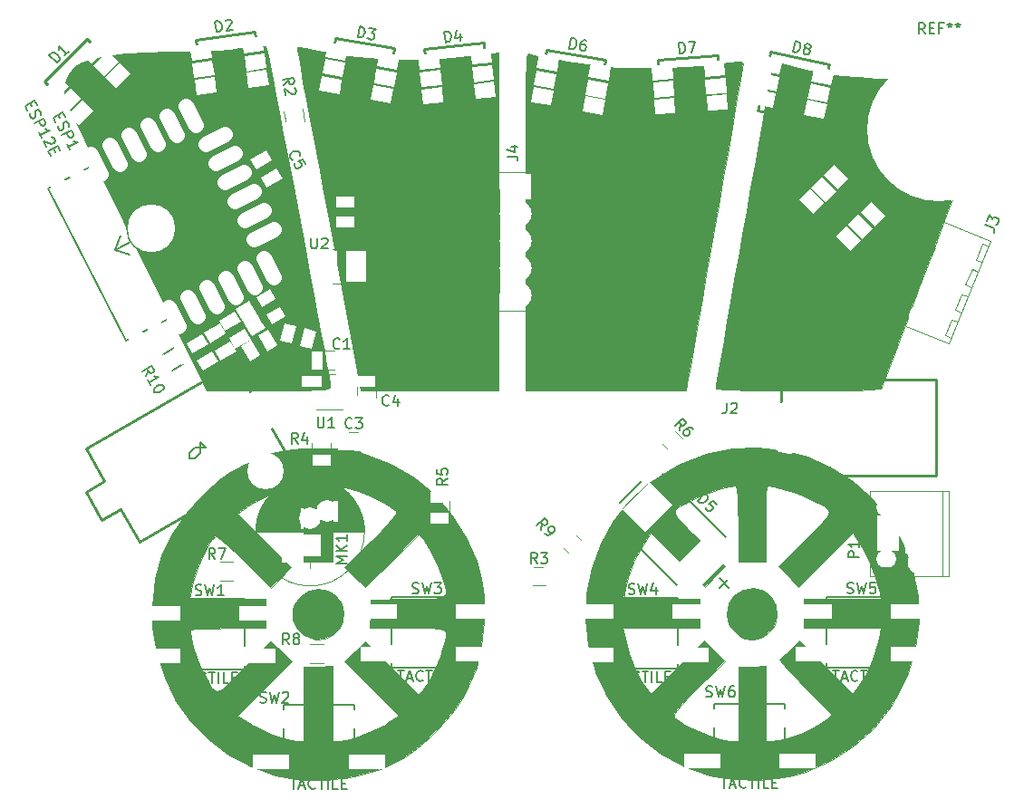
<source format=gto>
G04 #@! TF.FileFunction,Legend,Top*
%FSLAX46Y46*%
G04 Gerber Fmt 4.6, Leading zero omitted, Abs format (unit mm)*
G04 Created by KiCad (PCBNEW 4.0.2+dfsg1-stable) date Thu 12 Apr 2018 12:39:55 PM EDT*
%MOMM*%
G01*
G04 APERTURE LIST*
%ADD10C,0.100000*%
%ADD11C,0.200000*%
%ADD12C,0.150000*%
%ADD13C,0.010000*%
%ADD14C,0.120000*%
%ADD15C,0.250000*%
%ADD16C,4.464000*%
%ADD17R,1.100000X1.700000*%
%ADD18R,1.700000X1.100000*%
%ADD19C,1.400000*%
%ADD20C,2.400000*%
%ADD21R,2.000000X2.000000*%
%ADD22C,2.000000*%
%ADD23R,1.960000X1.050000*%
%ADD24R,3.500000X1.400000*%
%ADD25C,4.900000*%
%ADD26R,2.050000X0.800000*%
%ADD27O,1.900000X1.600000*%
%ADD28O,2.100000X2.100000*%
%ADD29R,2.900000X1.830000*%
%ADD30C,13.400000*%
%ADD31R,3.000000X2.400000*%
%ADD32O,3.000000X2.400000*%
%ADD33C,3.400000*%
G04 APERTURE END LIST*
D10*
D11*
X144820000Y-75730000D02*
X146870000Y-73700000D01*
X154120000Y-83680000D02*
X154930000Y-82930000D01*
X154120000Y-82810000D02*
X154960000Y-83740000D01*
X105156000Y-71628000D02*
X104648000Y-71628000D01*
X105664000Y-71120000D02*
X105156000Y-71628000D01*
X105664000Y-70612000D02*
X105664000Y-71120000D01*
X106172000Y-70612000D02*
X105664000Y-70612000D01*
X105664000Y-70104000D02*
X106172000Y-70612000D01*
X105664000Y-70612000D02*
X105664000Y-70104000D01*
X105156000Y-70612000D02*
X105664000Y-70612000D01*
X104648000Y-71120000D02*
X105156000Y-70612000D01*
X104648000Y-71628000D02*
X104648000Y-71120000D01*
D12*
X103366000Y-50100000D02*
G75*
G03X103366000Y-50100000I-2286000J0D01*
G01*
D13*
G36*
X118005156Y-70658163D02*
X118980238Y-70716108D01*
X119794348Y-70830896D01*
X120578252Y-71017736D01*
X120971667Y-71134216D01*
X123445093Y-72103498D01*
X125643659Y-73394667D01*
X127565913Y-75006481D01*
X129210404Y-76937696D01*
X130575682Y-79187070D01*
X130727937Y-79493224D01*
X131435278Y-81157086D01*
X131890702Y-82774641D01*
X132120676Y-84482845D01*
X132151669Y-86418658D01*
X132138546Y-86792506D01*
X131916450Y-89082060D01*
X131431942Y-91130844D01*
X130653336Y-93053017D01*
X130131666Y-94023300D01*
X129440163Y-95032751D01*
X128500022Y-96157241D01*
X127414753Y-97292067D01*
X126287869Y-98332528D01*
X125222882Y-99173919D01*
X124706926Y-99510429D01*
X122447214Y-100598286D01*
X120016317Y-101315669D01*
X117467589Y-101650981D01*
X115045000Y-101610356D01*
X112623274Y-101195948D01*
X110353462Y-100410640D01*
X108264666Y-99288662D01*
X106385990Y-97864241D01*
X104746537Y-96171608D01*
X103375411Y-94244989D01*
X102301715Y-92118616D01*
X101554553Y-89826715D01*
X101163027Y-87403515D01*
X101132559Y-85247822D01*
X101197362Y-84710000D01*
X104626220Y-84710000D01*
X111772298Y-84710000D01*
X111768232Y-86085571D01*
X111764167Y-87461141D01*
X108218750Y-87461404D01*
X106856098Y-87468695D01*
X105868732Y-87492796D01*
X105208810Y-87537393D01*
X104828487Y-87606176D01*
X104679920Y-87702831D01*
X104673334Y-87734696D01*
X104757311Y-88336218D01*
X104979146Y-89180952D01*
X105293694Y-90130377D01*
X105655809Y-91045970D01*
X105958409Y-91677759D01*
X106370793Y-92453795D01*
X106688747Y-92997252D01*
X106972396Y-93300383D01*
X107281866Y-93355443D01*
X107677285Y-93154685D01*
X108218779Y-92690363D01*
X108966472Y-91954732D01*
X109726819Y-91192279D01*
X112232564Y-88693062D01*
X114165254Y-90530834D01*
X111622195Y-93093536D01*
X109079137Y-95656238D01*
X110209985Y-96356651D01*
X111110434Y-96849597D01*
X112137624Y-97311813D01*
X113165842Y-97695884D01*
X114069374Y-97954395D01*
X114674584Y-98040536D01*
X115256667Y-98045000D01*
X115256667Y-91096122D01*
X116632944Y-91025144D01*
X118009222Y-90954167D01*
X118008778Y-94499584D01*
X118008334Y-98045000D01*
X118590417Y-98040536D01*
X119267346Y-97938183D01*
X120181543Y-97671338D01*
X121204401Y-97288458D01*
X122207316Y-96838002D01*
X123061681Y-96368428D01*
X123110773Y-96337268D01*
X124180478Y-95650839D01*
X121649868Y-93090836D01*
X119119258Y-90530834D01*
X120089608Y-89625673D01*
X121059959Y-88720513D01*
X123564053Y-91213173D01*
X126068146Y-93705834D01*
X126483670Y-93176667D01*
X127026079Y-92342872D01*
X127571740Y-91264636D01*
X128040607Y-90112577D01*
X128284166Y-89338946D01*
X128468664Y-88662270D01*
X128573709Y-88170627D01*
X128548632Y-87834640D01*
X128342762Y-87624935D01*
X127905429Y-87512136D01*
X127185963Y-87466867D01*
X126133694Y-87459754D01*
X125046250Y-87461796D01*
X121500834Y-87461925D01*
X121530802Y-86138879D01*
X121560770Y-84815834D01*
X125076218Y-84757799D01*
X126423531Y-84737181D01*
X127397664Y-84705995D01*
X128048285Y-84633459D01*
X128425065Y-84488791D01*
X128577674Y-84241207D01*
X128555780Y-83859925D01*
X128409054Y-83314161D01*
X128250561Y-82790501D01*
X127806535Y-81544707D01*
X127252892Y-80365066D01*
X126665016Y-79406789D01*
X126508970Y-79204647D01*
X126075154Y-78677500D01*
X121077500Y-83634014D01*
X119129738Y-81782976D01*
X121629857Y-79289370D01*
X122579524Y-78329758D01*
X123251052Y-77617664D01*
X123676978Y-77113047D01*
X123889841Y-76775866D01*
X123922181Y-76566080D01*
X123890613Y-76507350D01*
X123357280Y-76057572D01*
X122516739Y-75568851D01*
X121476201Y-75088651D01*
X120342878Y-74664439D01*
X119223983Y-74343678D01*
X118802084Y-74254529D01*
X118008334Y-74107484D01*
X118008308Y-77662492D01*
X118008283Y-81217500D01*
X116632475Y-81232903D01*
X115256667Y-81248305D01*
X115256667Y-74107484D01*
X114462917Y-74250806D01*
X113326195Y-74544392D01*
X112062750Y-75008509D01*
X110864682Y-75564934D01*
X110043957Y-76050158D01*
X109068964Y-76720971D01*
X114118646Y-81770653D01*
X112215774Y-83673525D01*
X109737530Y-81201737D01*
X108899461Y-80386392D01*
X108155391Y-79701101D01*
X107559370Y-79192605D01*
X107165452Y-78907648D01*
X107037618Y-78866948D01*
X106682711Y-79244722D01*
X106261470Y-79932998D01*
X105817868Y-80833569D01*
X105395877Y-81848228D01*
X105039470Y-82878767D01*
X104792620Y-83826979D01*
X104773945Y-83922560D01*
X104626220Y-84710000D01*
X101197362Y-84710000D01*
X101422082Y-82844978D01*
X102036840Y-80654645D01*
X103002255Y-78621581D01*
X104343745Y-76690548D01*
X105815683Y-75071243D01*
X106791211Y-74136886D01*
X107615808Y-73439783D01*
X108408155Y-72890818D01*
X109286934Y-72400871D01*
X109541667Y-72273410D01*
X111029136Y-71594189D01*
X112355997Y-71124523D01*
X113668189Y-70831324D01*
X115111654Y-70681506D01*
X116738334Y-70641852D01*
X118005156Y-70658163D01*
X118005156Y-70658163D01*
G37*
X118005156Y-70658163D02*
X118980238Y-70716108D01*
X119794348Y-70830896D01*
X120578252Y-71017736D01*
X120971667Y-71134216D01*
X123445093Y-72103498D01*
X125643659Y-73394667D01*
X127565913Y-75006481D01*
X129210404Y-76937696D01*
X130575682Y-79187070D01*
X130727937Y-79493224D01*
X131435278Y-81157086D01*
X131890702Y-82774641D01*
X132120676Y-84482845D01*
X132151669Y-86418658D01*
X132138546Y-86792506D01*
X131916450Y-89082060D01*
X131431942Y-91130844D01*
X130653336Y-93053017D01*
X130131666Y-94023300D01*
X129440163Y-95032751D01*
X128500022Y-96157241D01*
X127414753Y-97292067D01*
X126287869Y-98332528D01*
X125222882Y-99173919D01*
X124706926Y-99510429D01*
X122447214Y-100598286D01*
X120016317Y-101315669D01*
X117467589Y-101650981D01*
X115045000Y-101610356D01*
X112623274Y-101195948D01*
X110353462Y-100410640D01*
X108264666Y-99288662D01*
X106385990Y-97864241D01*
X104746537Y-96171608D01*
X103375411Y-94244989D01*
X102301715Y-92118616D01*
X101554553Y-89826715D01*
X101163027Y-87403515D01*
X101132559Y-85247822D01*
X101197362Y-84710000D01*
X104626220Y-84710000D01*
X111772298Y-84710000D01*
X111768232Y-86085571D01*
X111764167Y-87461141D01*
X108218750Y-87461404D01*
X106856098Y-87468695D01*
X105868732Y-87492796D01*
X105208810Y-87537393D01*
X104828487Y-87606176D01*
X104679920Y-87702831D01*
X104673334Y-87734696D01*
X104757311Y-88336218D01*
X104979146Y-89180952D01*
X105293694Y-90130377D01*
X105655809Y-91045970D01*
X105958409Y-91677759D01*
X106370793Y-92453795D01*
X106688747Y-92997252D01*
X106972396Y-93300383D01*
X107281866Y-93355443D01*
X107677285Y-93154685D01*
X108218779Y-92690363D01*
X108966472Y-91954732D01*
X109726819Y-91192279D01*
X112232564Y-88693062D01*
X114165254Y-90530834D01*
X111622195Y-93093536D01*
X109079137Y-95656238D01*
X110209985Y-96356651D01*
X111110434Y-96849597D01*
X112137624Y-97311813D01*
X113165842Y-97695884D01*
X114069374Y-97954395D01*
X114674584Y-98040536D01*
X115256667Y-98045000D01*
X115256667Y-91096122D01*
X116632944Y-91025144D01*
X118009222Y-90954167D01*
X118008778Y-94499584D01*
X118008334Y-98045000D01*
X118590417Y-98040536D01*
X119267346Y-97938183D01*
X120181543Y-97671338D01*
X121204401Y-97288458D01*
X122207316Y-96838002D01*
X123061681Y-96368428D01*
X123110773Y-96337268D01*
X124180478Y-95650839D01*
X121649868Y-93090836D01*
X119119258Y-90530834D01*
X120089608Y-89625673D01*
X121059959Y-88720513D01*
X123564053Y-91213173D01*
X126068146Y-93705834D01*
X126483670Y-93176667D01*
X127026079Y-92342872D01*
X127571740Y-91264636D01*
X128040607Y-90112577D01*
X128284166Y-89338946D01*
X128468664Y-88662270D01*
X128573709Y-88170627D01*
X128548632Y-87834640D01*
X128342762Y-87624935D01*
X127905429Y-87512136D01*
X127185963Y-87466867D01*
X126133694Y-87459754D01*
X125046250Y-87461796D01*
X121500834Y-87461925D01*
X121530802Y-86138879D01*
X121560770Y-84815834D01*
X125076218Y-84757799D01*
X126423531Y-84737181D01*
X127397664Y-84705995D01*
X128048285Y-84633459D01*
X128425065Y-84488791D01*
X128577674Y-84241207D01*
X128555780Y-83859925D01*
X128409054Y-83314161D01*
X128250561Y-82790501D01*
X127806535Y-81544707D01*
X127252892Y-80365066D01*
X126665016Y-79406789D01*
X126508970Y-79204647D01*
X126075154Y-78677500D01*
X121077500Y-83634014D01*
X119129738Y-81782976D01*
X121629857Y-79289370D01*
X122579524Y-78329758D01*
X123251052Y-77617664D01*
X123676978Y-77113047D01*
X123889841Y-76775866D01*
X123922181Y-76566080D01*
X123890613Y-76507350D01*
X123357280Y-76057572D01*
X122516739Y-75568851D01*
X121476201Y-75088651D01*
X120342878Y-74664439D01*
X119223983Y-74343678D01*
X118802084Y-74254529D01*
X118008334Y-74107484D01*
X118008308Y-77662492D01*
X118008283Y-81217500D01*
X116632475Y-81232903D01*
X115256667Y-81248305D01*
X115256667Y-74107484D01*
X114462917Y-74250806D01*
X113326195Y-74544392D01*
X112062750Y-75008509D01*
X110864682Y-75564934D01*
X110043957Y-76050158D01*
X109068964Y-76720971D01*
X114118646Y-81770653D01*
X112215774Y-83673525D01*
X109737530Y-81201737D01*
X108899461Y-80386392D01*
X108155391Y-79701101D01*
X107559370Y-79192605D01*
X107165452Y-78907648D01*
X107037618Y-78866948D01*
X106682711Y-79244722D01*
X106261470Y-79932998D01*
X105817868Y-80833569D01*
X105395877Y-81848228D01*
X105039470Y-82878767D01*
X104792620Y-83826979D01*
X104773945Y-83922560D01*
X104626220Y-84710000D01*
X101197362Y-84710000D01*
X101422082Y-82844978D01*
X102036840Y-80654645D01*
X103002255Y-78621581D01*
X104343745Y-76690548D01*
X105815683Y-75071243D01*
X106791211Y-74136886D01*
X107615808Y-73439783D01*
X108408155Y-72890818D01*
X109286934Y-72400871D01*
X109541667Y-72273410D01*
X111029136Y-71594189D01*
X112355997Y-71124523D01*
X113668189Y-70831324D01*
X115111654Y-70681506D01*
X116738334Y-70641852D01*
X118005156Y-70658163D01*
G36*
X160098211Y-70826065D02*
X162388995Y-71444272D01*
X164557972Y-72408150D01*
X166566035Y-73703461D01*
X168374076Y-75315967D01*
X169942986Y-77231429D01*
X171233657Y-79435609D01*
X171353319Y-79687244D01*
X172205203Y-82006962D01*
X172665951Y-84421112D01*
X172740133Y-86873692D01*
X172432316Y-89308703D01*
X171747070Y-91670144D01*
X170688963Y-93902015D01*
X170119646Y-94809165D01*
X168516325Y-96805115D01*
X166634612Y-98502440D01*
X164516642Y-99871368D01*
X162204547Y-100882131D01*
X161026105Y-101234424D01*
X159475100Y-101511204D01*
X157702145Y-101634002D01*
X155876134Y-101603196D01*
X154165964Y-101419168D01*
X153193580Y-101216805D01*
X150856057Y-100390443D01*
X148689234Y-99199525D01*
X146735692Y-97682978D01*
X145038012Y-95879727D01*
X143638777Y-93828698D01*
X142580567Y-91568815D01*
X142550695Y-91487691D01*
X141873171Y-89045565D01*
X141695859Y-87461667D01*
X145093601Y-87461667D01*
X145224694Y-88043750D01*
X145700577Y-89827588D01*
X146271835Y-91310684D01*
X146987748Y-92613111D01*
X147274562Y-93038518D01*
X147699832Y-93641202D01*
X150207951Y-91139618D01*
X152716070Y-88638033D01*
X153674225Y-89578390D01*
X154632379Y-90518748D01*
X152158679Y-92998909D01*
X151220674Y-93951187D01*
X150558482Y-94655976D01*
X150138676Y-95154891D01*
X149927829Y-95489548D01*
X149892513Y-95701562D01*
X149929673Y-95773909D01*
X150419517Y-96180308D01*
X151206810Y-96637275D01*
X152177292Y-97096863D01*
X153216702Y-97511124D01*
X154210779Y-97832110D01*
X155045262Y-98011872D01*
X155314584Y-98033617D01*
X155896667Y-98045000D01*
X155896667Y-91097601D01*
X157167053Y-91025884D01*
X158437438Y-90954167D01*
X158437053Y-94499584D01*
X158436667Y-98045000D01*
X158927416Y-98045000D01*
X159744332Y-97935061D01*
X160779358Y-97640406D01*
X161900143Y-97213778D01*
X162974333Y-96707920D01*
X163869577Y-96175575D01*
X164153687Y-95962303D01*
X164680834Y-95528488D01*
X162151298Y-92983918D01*
X161326210Y-92145053D01*
X160625465Y-91415554D01*
X160095578Y-90845262D01*
X159783064Y-90484017D01*
X159720381Y-90379258D01*
X159916768Y-90213162D01*
X160323033Y-89845468D01*
X160718703Y-89479169D01*
X161618406Y-88639172D01*
X166633502Y-93641202D01*
X167058772Y-93038518D01*
X167835454Y-91770319D01*
X168450632Y-90362510D01*
X168953583Y-88695017D01*
X169108640Y-88043750D01*
X169239732Y-87461667D01*
X162035000Y-87461667D01*
X162035000Y-84710000D01*
X169239732Y-84710000D01*
X169111182Y-84127917D01*
X168667062Y-82548013D01*
X168064788Y-81016151D01*
X167399340Y-79755196D01*
X166633259Y-78530454D01*
X164069546Y-81059673D01*
X161505834Y-83588891D01*
X160583851Y-82640499D01*
X159661869Y-81692106D01*
X162171351Y-79168283D01*
X163128298Y-78209442D01*
X163806642Y-77503737D01*
X164213900Y-76992297D01*
X164357585Y-76616252D01*
X164245214Y-76316730D01*
X163884300Y-76034862D01*
X163282361Y-75711776D01*
X162653075Y-75394670D01*
X161910397Y-75062685D01*
X161010477Y-74727441D01*
X160086816Y-74431445D01*
X159272918Y-74217203D01*
X158702282Y-74127224D01*
X158670697Y-74126667D01*
X158573788Y-74301233D01*
X158503556Y-74837050D01*
X158458803Y-75752295D01*
X158438330Y-77065145D01*
X158436667Y-77675611D01*
X158436667Y-81224556D01*
X155896667Y-81224556D01*
X155896667Y-77675611D01*
X155885155Y-76206030D01*
X155849822Y-75140999D01*
X155789467Y-74462342D01*
X155702893Y-74151882D01*
X155662636Y-74126667D01*
X155117608Y-74204693D01*
X154318479Y-74410432D01*
X153398750Y-74701377D01*
X152491924Y-75035020D01*
X151731502Y-75368854D01*
X151680259Y-75394670D01*
X150896234Y-75790422D01*
X150347396Y-76099215D01*
X150041260Y-76379919D01*
X149985343Y-76691407D01*
X150187157Y-77092547D01*
X150654220Y-77642210D01*
X151394046Y-78399268D01*
X152161982Y-79168283D01*
X154671464Y-81692106D01*
X153749482Y-82640499D01*
X152827500Y-83588891D01*
X147707494Y-78537855D01*
X147021756Y-79606486D01*
X146215503Y-81098365D01*
X145598611Y-82711906D01*
X145327250Y-83795066D01*
X145156321Y-84710000D01*
X152298334Y-84710000D01*
X152298334Y-87461667D01*
X145093601Y-87461667D01*
X141695859Y-87461667D01*
X141598719Y-86593942D01*
X141710723Y-84173368D01*
X142192563Y-81824388D01*
X143027622Y-79587546D01*
X144199282Y-77503388D01*
X145690925Y-75612459D01*
X147485933Y-73955304D01*
X149567688Y-72572469D01*
X150499167Y-72094716D01*
X152886098Y-71187855D01*
X155307655Y-70683619D01*
X157724728Y-70567768D01*
X160098211Y-70826065D01*
X160098211Y-70826065D01*
G37*
X160098211Y-70826065D02*
X162388995Y-71444272D01*
X164557972Y-72408150D01*
X166566035Y-73703461D01*
X168374076Y-75315967D01*
X169942986Y-77231429D01*
X171233657Y-79435609D01*
X171353319Y-79687244D01*
X172205203Y-82006962D01*
X172665951Y-84421112D01*
X172740133Y-86873692D01*
X172432316Y-89308703D01*
X171747070Y-91670144D01*
X170688963Y-93902015D01*
X170119646Y-94809165D01*
X168516325Y-96805115D01*
X166634612Y-98502440D01*
X164516642Y-99871368D01*
X162204547Y-100882131D01*
X161026105Y-101234424D01*
X159475100Y-101511204D01*
X157702145Y-101634002D01*
X155876134Y-101603196D01*
X154165964Y-101419168D01*
X153193580Y-101216805D01*
X150856057Y-100390443D01*
X148689234Y-99199525D01*
X146735692Y-97682978D01*
X145038012Y-95879727D01*
X143638777Y-93828698D01*
X142580567Y-91568815D01*
X142550695Y-91487691D01*
X141873171Y-89045565D01*
X141695859Y-87461667D01*
X145093601Y-87461667D01*
X145224694Y-88043750D01*
X145700577Y-89827588D01*
X146271835Y-91310684D01*
X146987748Y-92613111D01*
X147274562Y-93038518D01*
X147699832Y-93641202D01*
X150207951Y-91139618D01*
X152716070Y-88638033D01*
X153674225Y-89578390D01*
X154632379Y-90518748D01*
X152158679Y-92998909D01*
X151220674Y-93951187D01*
X150558482Y-94655976D01*
X150138676Y-95154891D01*
X149927829Y-95489548D01*
X149892513Y-95701562D01*
X149929673Y-95773909D01*
X150419517Y-96180308D01*
X151206810Y-96637275D01*
X152177292Y-97096863D01*
X153216702Y-97511124D01*
X154210779Y-97832110D01*
X155045262Y-98011872D01*
X155314584Y-98033617D01*
X155896667Y-98045000D01*
X155896667Y-91097601D01*
X157167053Y-91025884D01*
X158437438Y-90954167D01*
X158437053Y-94499584D01*
X158436667Y-98045000D01*
X158927416Y-98045000D01*
X159744332Y-97935061D01*
X160779358Y-97640406D01*
X161900143Y-97213778D01*
X162974333Y-96707920D01*
X163869577Y-96175575D01*
X164153687Y-95962303D01*
X164680834Y-95528488D01*
X162151298Y-92983918D01*
X161326210Y-92145053D01*
X160625465Y-91415554D01*
X160095578Y-90845262D01*
X159783064Y-90484017D01*
X159720381Y-90379258D01*
X159916768Y-90213162D01*
X160323033Y-89845468D01*
X160718703Y-89479169D01*
X161618406Y-88639172D01*
X166633502Y-93641202D01*
X167058772Y-93038518D01*
X167835454Y-91770319D01*
X168450632Y-90362510D01*
X168953583Y-88695017D01*
X169108640Y-88043750D01*
X169239732Y-87461667D01*
X162035000Y-87461667D01*
X162035000Y-84710000D01*
X169239732Y-84710000D01*
X169111182Y-84127917D01*
X168667062Y-82548013D01*
X168064788Y-81016151D01*
X167399340Y-79755196D01*
X166633259Y-78530454D01*
X164069546Y-81059673D01*
X161505834Y-83588891D01*
X160583851Y-82640499D01*
X159661869Y-81692106D01*
X162171351Y-79168283D01*
X163128298Y-78209442D01*
X163806642Y-77503737D01*
X164213900Y-76992297D01*
X164357585Y-76616252D01*
X164245214Y-76316730D01*
X163884300Y-76034862D01*
X163282361Y-75711776D01*
X162653075Y-75394670D01*
X161910397Y-75062685D01*
X161010477Y-74727441D01*
X160086816Y-74431445D01*
X159272918Y-74217203D01*
X158702282Y-74127224D01*
X158670697Y-74126667D01*
X158573788Y-74301233D01*
X158503556Y-74837050D01*
X158458803Y-75752295D01*
X158438330Y-77065145D01*
X158436667Y-77675611D01*
X158436667Y-81224556D01*
X155896667Y-81224556D01*
X155896667Y-77675611D01*
X155885155Y-76206030D01*
X155849822Y-75140999D01*
X155789467Y-74462342D01*
X155702893Y-74151882D01*
X155662636Y-74126667D01*
X155117608Y-74204693D01*
X154318479Y-74410432D01*
X153398750Y-74701377D01*
X152491924Y-75035020D01*
X151731502Y-75368854D01*
X151680259Y-75394670D01*
X150896234Y-75790422D01*
X150347396Y-76099215D01*
X150041260Y-76379919D01*
X149985343Y-76691407D01*
X150187157Y-77092547D01*
X150654220Y-77642210D01*
X151394046Y-78399268D01*
X152161982Y-79168283D01*
X154671464Y-81692106D01*
X153749482Y-82640499D01*
X152827500Y-83588891D01*
X147707494Y-78537855D01*
X147021756Y-79606486D01*
X146215503Y-81098365D01*
X145598611Y-82711906D01*
X145327250Y-83795066D01*
X145156321Y-84710000D01*
X152298334Y-84710000D01*
X152298334Y-87461667D01*
X145093601Y-87461667D01*
X141695859Y-87461667D01*
X141598719Y-86593942D01*
X141710723Y-84173368D01*
X142192563Y-81824388D01*
X143027622Y-79587546D01*
X144199282Y-77503388D01*
X145690925Y-75612459D01*
X147485933Y-73955304D01*
X149567688Y-72572469D01*
X150499167Y-72094716D01*
X152886098Y-71187855D01*
X155307655Y-70683619D01*
X157724728Y-70567768D01*
X160098211Y-70826065D01*
G36*
X111771804Y-33106248D02*
X111825208Y-33323685D01*
X111948770Y-33918235D01*
X112135097Y-34850842D01*
X112376798Y-36082448D01*
X112666481Y-37573998D01*
X112996755Y-39286435D01*
X113360227Y-41180701D01*
X113749506Y-43217742D01*
X114157201Y-45358499D01*
X114575919Y-47563916D01*
X114998268Y-49794937D01*
X115416857Y-52012505D01*
X115824295Y-54177563D01*
X116213189Y-56251055D01*
X116576147Y-58193925D01*
X116905779Y-59967115D01*
X117194692Y-61531569D01*
X117435494Y-62848230D01*
X117620793Y-63878043D01*
X117743199Y-64581949D01*
X117795319Y-64920893D01*
X117796667Y-64940490D01*
X117736204Y-65030203D01*
X117526223Y-65100435D01*
X117123831Y-65153382D01*
X116486138Y-65191239D01*
X115570254Y-65216205D01*
X114333286Y-65230475D01*
X112732345Y-65236245D01*
X112013491Y-65236667D01*
X106230315Y-65236667D01*
X99645533Y-51848750D01*
X98547130Y-49608223D01*
X97502499Y-47463226D01*
X96527086Y-45446370D01*
X95636340Y-43590263D01*
X94845707Y-41927515D01*
X94170635Y-40490736D01*
X93626571Y-39312535D01*
X93228963Y-38425523D01*
X92993257Y-37862308D01*
X92932876Y-37678234D01*
X92969208Y-36665010D01*
X93367310Y-35688950D01*
X93909979Y-35028422D01*
X94579227Y-34600255D01*
X95579380Y-34252598D01*
X96928759Y-33982475D01*
X98645684Y-33786912D01*
X100748474Y-33662934D01*
X102614887Y-33614770D01*
X104134751Y-33580648D01*
X105679867Y-33524628D01*
X107139253Y-33452247D01*
X108401923Y-33369043D01*
X109356894Y-33280553D01*
X109388540Y-33276812D01*
X110323371Y-33174929D01*
X111092588Y-33109784D01*
X111605790Y-33087845D01*
X111771804Y-33106248D01*
X111771804Y-33106248D01*
G37*
X111771804Y-33106248D02*
X111825208Y-33323685D01*
X111948770Y-33918235D01*
X112135097Y-34850842D01*
X112376798Y-36082448D01*
X112666481Y-37573998D01*
X112996755Y-39286435D01*
X113360227Y-41180701D01*
X113749506Y-43217742D01*
X114157201Y-45358499D01*
X114575919Y-47563916D01*
X114998268Y-49794937D01*
X115416857Y-52012505D01*
X115824295Y-54177563D01*
X116213189Y-56251055D01*
X116576147Y-58193925D01*
X116905779Y-59967115D01*
X117194692Y-61531569D01*
X117435494Y-62848230D01*
X117620793Y-63878043D01*
X117743199Y-64581949D01*
X117795319Y-64920893D01*
X117796667Y-64940490D01*
X117736204Y-65030203D01*
X117526223Y-65100435D01*
X117123831Y-65153382D01*
X116486138Y-65191239D01*
X115570254Y-65216205D01*
X114333286Y-65230475D01*
X112732345Y-65236245D01*
X112013491Y-65236667D01*
X106230315Y-65236667D01*
X99645533Y-51848750D01*
X98547130Y-49608223D01*
X97502499Y-47463226D01*
X96527086Y-45446370D01*
X95636340Y-43590263D01*
X94845707Y-41927515D01*
X94170635Y-40490736D01*
X93626571Y-39312535D01*
X93228963Y-38425523D01*
X92993257Y-37862308D01*
X92932876Y-37678234D01*
X92969208Y-36665010D01*
X93367310Y-35688950D01*
X93909979Y-35028422D01*
X94579227Y-34600255D01*
X95579380Y-34252598D01*
X96928759Y-33982475D01*
X98645684Y-33786912D01*
X100748474Y-33662934D01*
X102614887Y-33614770D01*
X104134751Y-33580648D01*
X105679867Y-33524628D01*
X107139253Y-33452247D01*
X108401923Y-33369043D01*
X109356894Y-33280553D01*
X109388540Y-33276812D01*
X110323371Y-33174929D01*
X111092588Y-33109784D01*
X111605790Y-33087845D01*
X111771804Y-33106248D01*
G36*
X114886766Y-33173876D02*
X115424683Y-33260867D01*
X116186104Y-33404442D01*
X116632500Y-33494776D01*
X119473220Y-33986123D01*
X122294646Y-34269698D01*
X125189710Y-34347255D01*
X128251342Y-34220552D01*
X131572473Y-33891343D01*
X132348750Y-33791706D01*
X133460000Y-33643795D01*
X133460000Y-65236667D01*
X120641240Y-65236667D01*
X117624402Y-49227607D01*
X117146379Y-46686167D01*
X116693216Y-44267592D01*
X116270781Y-42003773D01*
X115884944Y-39926600D01*
X115541573Y-38067964D01*
X115246536Y-36459754D01*
X115005702Y-35133860D01*
X114824939Y-34122173D01*
X114710117Y-33456584D01*
X114667102Y-33168981D01*
X114667532Y-33159700D01*
X114886766Y-33173876D01*
X114886766Y-33173876D01*
G37*
X114886766Y-33173876D02*
X115424683Y-33260867D01*
X116186104Y-33404442D01*
X116632500Y-33494776D01*
X119473220Y-33986123D01*
X122294646Y-34269698D01*
X125189710Y-34347255D01*
X128251342Y-34220552D01*
X131572473Y-33891343D01*
X132348750Y-33791706D01*
X133460000Y-33643795D01*
X133460000Y-65236667D01*
X120641240Y-65236667D01*
X117624402Y-49227607D01*
X117146379Y-46686167D01*
X116693216Y-44267592D01*
X116270781Y-42003773D01*
X115884944Y-39926600D01*
X115541573Y-38067964D01*
X115246536Y-36459754D01*
X115005702Y-35133860D01*
X114824939Y-34122173D01*
X114710117Y-33456584D01*
X114667102Y-33168981D01*
X114667532Y-33159700D01*
X114886766Y-33173876D01*
G36*
X136815524Y-33915078D02*
X137645482Y-34094106D01*
X138708833Y-34294058D01*
X139912257Y-34499032D01*
X141162432Y-34693124D01*
X142366037Y-34860433D01*
X143420173Y-34984081D01*
X145058741Y-35093311D01*
X146985172Y-35126757D01*
X149071493Y-35087965D01*
X151189734Y-34980480D01*
X153211922Y-34807849D01*
X154256250Y-34683833D01*
X155200046Y-34562643D01*
X155801552Y-34505903D01*
X156137502Y-34517813D01*
X156284629Y-34602571D01*
X156319668Y-34764378D01*
X156320000Y-34796759D01*
X156284065Y-35049485D01*
X156180716Y-35680862D01*
X156016640Y-36652746D01*
X155798521Y-37926991D01*
X155533046Y-39465452D01*
X155226899Y-41229983D01*
X154886767Y-43182438D01*
X154519335Y-45284672D01*
X154131289Y-47498539D01*
X153729314Y-49785893D01*
X153320096Y-52108590D01*
X152910320Y-54428482D01*
X152506673Y-56707426D01*
X152115839Y-58907275D01*
X151744504Y-60989883D01*
X151399354Y-62917106D01*
X151105517Y-64548750D01*
X150981220Y-65236667D01*
X136000000Y-65236667D01*
X136000000Y-49444854D01*
X136000779Y-46455123D01*
X136003476Y-43861731D01*
X136008627Y-41637688D01*
X136016772Y-39756002D01*
X136028446Y-38189683D01*
X136044190Y-36911738D01*
X136064539Y-35895176D01*
X136090033Y-35113007D01*
X136121209Y-34538239D01*
X136158604Y-34143880D01*
X136202757Y-33902940D01*
X136254206Y-33788428D01*
X136312282Y-33772875D01*
X136815524Y-33915078D01*
X136815524Y-33915078D01*
G37*
X136815524Y-33915078D02*
X137645482Y-34094106D01*
X138708833Y-34294058D01*
X139912257Y-34499032D01*
X141162432Y-34693124D01*
X142366037Y-34860433D01*
X143420173Y-34984081D01*
X145058741Y-35093311D01*
X146985172Y-35126757D01*
X149071493Y-35087965D01*
X151189734Y-34980480D01*
X153211922Y-34807849D01*
X154256250Y-34683833D01*
X155200046Y-34562643D01*
X155801552Y-34505903D01*
X156137502Y-34517813D01*
X156284629Y-34602571D01*
X156319668Y-34764378D01*
X156320000Y-34796759D01*
X156284065Y-35049485D01*
X156180716Y-35680862D01*
X156016640Y-36652746D01*
X155798521Y-37926991D01*
X155533046Y-39465452D01*
X155226899Y-41229983D01*
X154886767Y-43182438D01*
X154519335Y-45284672D01*
X154131289Y-47498539D01*
X153729314Y-49785893D01*
X153320096Y-52108590D01*
X152910320Y-54428482D01*
X152506673Y-56707426D01*
X152115839Y-58907275D01*
X151744504Y-60989883D01*
X151399354Y-62917106D01*
X151105517Y-64548750D01*
X150981220Y-65236667D01*
X136000000Y-65236667D01*
X136000000Y-49444854D01*
X136000779Y-46455123D01*
X136003476Y-43861731D01*
X136008627Y-41637688D01*
X136016772Y-39756002D01*
X136028446Y-38189683D01*
X136044190Y-36911738D01*
X136064539Y-35895176D01*
X136090033Y-35113007D01*
X136121209Y-34538239D01*
X136158604Y-34143880D01*
X136202757Y-33902940D01*
X136254206Y-33788428D01*
X136312282Y-33772875D01*
X136815524Y-33915078D01*
G36*
X159395804Y-34606157D02*
X159919094Y-34712766D01*
X160651329Y-34885928D01*
X160899238Y-34948336D01*
X162516167Y-35334793D01*
X164015893Y-35629137D01*
X165504337Y-35843570D01*
X167087425Y-35990294D01*
X168871079Y-36081512D01*
X170961222Y-36129427D01*
X171175103Y-36132116D01*
X172703609Y-36153061D01*
X173873422Y-36178919D01*
X174749180Y-36215766D01*
X175395521Y-36269677D01*
X175877085Y-36346729D01*
X176258509Y-36452994D01*
X176604431Y-36594550D01*
X176730529Y-36654258D01*
X177402356Y-37050150D01*
X177974308Y-37505401D01*
X178141321Y-37685567D01*
X178325040Y-37944290D01*
X178462297Y-38222872D01*
X178544689Y-38551251D01*
X178563816Y-38959366D01*
X178511278Y-39477152D01*
X178378672Y-40134549D01*
X178157599Y-40961494D01*
X177839658Y-41987924D01*
X177416447Y-43243778D01*
X176879565Y-44758994D01*
X176220613Y-46563508D01*
X175431188Y-48687258D01*
X174502890Y-51160183D01*
X173944224Y-52642500D01*
X173137183Y-54781887D01*
X172372235Y-56809384D01*
X171662862Y-58689275D01*
X171022549Y-60385844D01*
X170464776Y-61863375D01*
X170003028Y-63086152D01*
X169650788Y-64018458D01*
X169421537Y-64624577D01*
X169329748Y-64866250D01*
X169267416Y-64963145D01*
X169135778Y-65041584D01*
X168893898Y-65103499D01*
X168500839Y-65150823D01*
X167915665Y-65185488D01*
X167097437Y-65209427D01*
X166005220Y-65224573D01*
X164598077Y-65232857D01*
X162835071Y-65236213D01*
X161483188Y-65236667D01*
X159724506Y-65232466D01*
X158106680Y-65220507D01*
X156676719Y-65201760D01*
X155481633Y-65177193D01*
X154568429Y-65147773D01*
X153984118Y-65114470D01*
X153775707Y-65078250D01*
X153775681Y-65077917D01*
X153810671Y-64843168D01*
X153912771Y-64233673D01*
X154074897Y-63289386D01*
X154289966Y-62050263D01*
X154550893Y-60556260D01*
X154850594Y-58847333D01*
X155181986Y-56963438D01*
X155537985Y-54944529D01*
X155911505Y-52830563D01*
X156295465Y-50661496D01*
X156682778Y-48477283D01*
X157066362Y-46317880D01*
X157439133Y-44223243D01*
X157794007Y-42233327D01*
X158123898Y-40388089D01*
X158421725Y-38727483D01*
X158680402Y-37291466D01*
X158892846Y-36119993D01*
X159051972Y-35253020D01*
X159150698Y-34730503D01*
X159181563Y-34587152D01*
X159395804Y-34606157D01*
X159395804Y-34606157D01*
G37*
X159395804Y-34606157D02*
X159919094Y-34712766D01*
X160651329Y-34885928D01*
X160899238Y-34948336D01*
X162516167Y-35334793D01*
X164015893Y-35629137D01*
X165504337Y-35843570D01*
X167087425Y-35990294D01*
X168871079Y-36081512D01*
X170961222Y-36129427D01*
X171175103Y-36132116D01*
X172703609Y-36153061D01*
X173873422Y-36178919D01*
X174749180Y-36215766D01*
X175395521Y-36269677D01*
X175877085Y-36346729D01*
X176258509Y-36452994D01*
X176604431Y-36594550D01*
X176730529Y-36654258D01*
X177402356Y-37050150D01*
X177974308Y-37505401D01*
X178141321Y-37685567D01*
X178325040Y-37944290D01*
X178462297Y-38222872D01*
X178544689Y-38551251D01*
X178563816Y-38959366D01*
X178511278Y-39477152D01*
X178378672Y-40134549D01*
X178157599Y-40961494D01*
X177839658Y-41987924D01*
X177416447Y-43243778D01*
X176879565Y-44758994D01*
X176220613Y-46563508D01*
X175431188Y-48687258D01*
X174502890Y-51160183D01*
X173944224Y-52642500D01*
X173137183Y-54781887D01*
X172372235Y-56809384D01*
X171662862Y-58689275D01*
X171022549Y-60385844D01*
X170464776Y-61863375D01*
X170003028Y-63086152D01*
X169650788Y-64018458D01*
X169421537Y-64624577D01*
X169329748Y-64866250D01*
X169267416Y-64963145D01*
X169135778Y-65041584D01*
X168893898Y-65103499D01*
X168500839Y-65150823D01*
X167915665Y-65185488D01*
X167097437Y-65209427D01*
X166005220Y-65224573D01*
X164598077Y-65232857D01*
X162835071Y-65236213D01*
X161483188Y-65236667D01*
X159724506Y-65232466D01*
X158106680Y-65220507D01*
X156676719Y-65201760D01*
X155481633Y-65177193D01*
X154568429Y-65147773D01*
X153984118Y-65114470D01*
X153775707Y-65078250D01*
X153775681Y-65077917D01*
X153810671Y-64843168D01*
X153912771Y-64233673D01*
X154074897Y-63289386D01*
X154289966Y-62050263D01*
X154550893Y-60556260D01*
X154850594Y-58847333D01*
X155181986Y-56963438D01*
X155537985Y-54944529D01*
X155911505Y-52830563D01*
X156295465Y-50661496D01*
X156682778Y-48477283D01*
X157066362Y-46317880D01*
X157439133Y-44223243D01*
X157794007Y-42233327D01*
X158123898Y-40388089D01*
X158421725Y-38727483D01*
X158680402Y-37291466D01*
X158892846Y-36119993D01*
X159051972Y-35253020D01*
X159150698Y-34730503D01*
X159181563Y-34587152D01*
X159395804Y-34606157D01*
G36*
X117541926Y-83945734D02*
X118230745Y-84402794D01*
X118802819Y-85181260D01*
X119014870Y-86001131D01*
X118916951Y-86798701D01*
X118559118Y-87510266D01*
X117991423Y-88072119D01*
X117263921Y-88420555D01*
X116426664Y-88491868D01*
X115529708Y-88222354D01*
X115321113Y-88105998D01*
X114663643Y-87476958D01*
X114312553Y-86647696D01*
X114305467Y-85745071D01*
X114471765Y-85242188D01*
X115048818Y-84441589D01*
X115815577Y-83944642D01*
X116677971Y-83772355D01*
X117541926Y-83945734D01*
X117541926Y-83945734D01*
G37*
X117541926Y-83945734D02*
X118230745Y-84402794D01*
X118802819Y-85181260D01*
X119014870Y-86001131D01*
X118916951Y-86798701D01*
X118559118Y-87510266D01*
X117991423Y-88072119D01*
X117263921Y-88420555D01*
X116426664Y-88491868D01*
X115529708Y-88222354D01*
X115321113Y-88105998D01*
X114663643Y-87476958D01*
X114312553Y-86647696D01*
X114305467Y-85745071D01*
X114471765Y-85242188D01*
X115048818Y-84441589D01*
X115815577Y-83944642D01*
X116677971Y-83772355D01*
X117541926Y-83945734D01*
G36*
X158258801Y-83977950D02*
X158944699Y-84531546D01*
X159378865Y-85342146D01*
X159495000Y-86135545D01*
X159438139Y-86804714D01*
X159206355Y-87311160D01*
X158775334Y-87800334D01*
X158222695Y-88272468D01*
X157697236Y-88481250D01*
X157166667Y-88520000D01*
X156518272Y-88454830D01*
X156004007Y-88198473D01*
X155558000Y-87800334D01*
X155091756Y-87259415D01*
X154882614Y-86745876D01*
X154838334Y-86135545D01*
X155011063Y-85130954D01*
X155522924Y-84376044D01*
X156364425Y-83884381D01*
X156429143Y-83862241D01*
X157395504Y-83736476D01*
X158258801Y-83977950D01*
X158258801Y-83977950D01*
G37*
X158258801Y-83977950D02*
X158944699Y-84531546D01*
X159378865Y-85342146D01*
X159495000Y-86135545D01*
X159438139Y-86804714D01*
X159206355Y-87311160D01*
X158775334Y-87800334D01*
X158222695Y-88272468D01*
X157697236Y-88481250D01*
X157166667Y-88520000D01*
X156518272Y-88454830D01*
X156004007Y-88198473D01*
X155558000Y-87800334D01*
X155091756Y-87259415D01*
X154882614Y-86745876D01*
X154838334Y-86135545D01*
X155011063Y-85130954D01*
X155522924Y-84376044D01*
X156364425Y-83884381D01*
X156429143Y-83862241D01*
X157395504Y-83736476D01*
X158258801Y-83977950D01*
D14*
X118140000Y-63290000D02*
X116940000Y-63290000D01*
X116940000Y-61530000D02*
X118140000Y-61530000D01*
X107037898Y-61679615D02*
X106437898Y-60640385D01*
X107962102Y-59760385D02*
X108562102Y-60799615D01*
X120570000Y-70880000D02*
X119370000Y-70880000D01*
X119370000Y-69120000D02*
X120570000Y-69120000D01*
X120290000Y-65950000D02*
X120290000Y-64750000D01*
X122050000Y-64750000D02*
X122050000Y-65950000D01*
X112282102Y-43580385D02*
X112882102Y-44619615D01*
X111357898Y-45499615D02*
X110757898Y-44460385D01*
X120100000Y-47960000D02*
X120100000Y-49160000D01*
X118340000Y-49160000D02*
X118340000Y-47960000D01*
D12*
X97708993Y-52113990D02*
X99053990Y-52551007D01*
X97708993Y-52113990D02*
X98146010Y-50768993D01*
X97708993Y-52113990D02*
X101273020Y-50298029D01*
X112924002Y-53340166D02*
X98667898Y-60604014D01*
X98667898Y-60604014D02*
X91404050Y-46347910D01*
X91404050Y-46347910D02*
X105660154Y-39084062D01*
X112924002Y-53340166D02*
X105660154Y-39084062D01*
D14*
X179473306Y-51241070D02*
X173910203Y-48993430D01*
X173910203Y-48993430D02*
X170029279Y-58599055D01*
X170029279Y-58599055D02*
X175592382Y-60846695D01*
X175592382Y-60846695D02*
X179473306Y-51241070D01*
X173396992Y-50263672D02*
X174324176Y-50638279D01*
X174324176Y-50638279D02*
X171469674Y-57703420D01*
X171469674Y-57703420D02*
X170542490Y-57328813D01*
X174324176Y-50638279D02*
X174629213Y-51031156D01*
X174629213Y-51031156D02*
X171962014Y-57632705D01*
X171962014Y-57632705D02*
X171469674Y-57703420D01*
X173303340Y-50495468D02*
X174230524Y-50870075D01*
X170636142Y-57097017D02*
X171563325Y-57471624D01*
X179259781Y-51769565D02*
X178684927Y-51537309D01*
X178684927Y-51537309D02*
X178085556Y-53020803D01*
X178085556Y-53020803D02*
X178660410Y-53253059D01*
X178308280Y-54124612D02*
X177733426Y-53892356D01*
X177733426Y-53892356D02*
X177134055Y-55375850D01*
X177134055Y-55375850D02*
X177708909Y-55608106D01*
X177356779Y-56479659D02*
X176781925Y-56247403D01*
X176781925Y-56247403D02*
X176182554Y-57730897D01*
X176182554Y-57730897D02*
X176757408Y-57963153D01*
X176405278Y-58834706D02*
X175830424Y-58602450D01*
X175830424Y-58602450D02*
X175231054Y-60085944D01*
X175231054Y-60085944D02*
X175805908Y-60318200D01*
X120990000Y-78430000D02*
G75*
G03X120990000Y-78430000I-5090000J0D01*
G01*
X110850000Y-78430000D02*
X120950000Y-78430000D01*
X110850000Y-78390000D02*
X120950000Y-78390000D01*
X110850000Y-78350000D02*
X120950000Y-78350000D01*
X110851000Y-78310000D02*
X120949000Y-78310000D01*
X110852000Y-78270000D02*
X120948000Y-78270000D01*
X110853000Y-78230000D02*
X120947000Y-78230000D01*
X110855000Y-78190000D02*
X120945000Y-78190000D01*
X110857000Y-78150000D02*
X114920000Y-78150000D01*
X116880000Y-78150000D02*
X120943000Y-78150000D01*
X110860000Y-78110000D02*
X114920000Y-78110000D01*
X116880000Y-78110000D02*
X120940000Y-78110000D01*
X110862000Y-78070000D02*
X114920000Y-78070000D01*
X116880000Y-78070000D02*
X120938000Y-78070000D01*
X110865000Y-78030000D02*
X114920000Y-78030000D01*
X116880000Y-78030000D02*
X120935000Y-78030000D01*
X110869000Y-77990000D02*
X114920000Y-77990000D01*
X116880000Y-77990000D02*
X120931000Y-77990000D01*
X110872000Y-77950000D02*
X114920000Y-77950000D01*
X116880000Y-77950000D02*
X120928000Y-77950000D01*
X110876000Y-77910000D02*
X114920000Y-77910000D01*
X116880000Y-77910000D02*
X120924000Y-77910000D01*
X110880000Y-77870000D02*
X114920000Y-77870000D01*
X116880000Y-77870000D02*
X120920000Y-77870000D01*
X110885000Y-77830000D02*
X114920000Y-77830000D01*
X116880000Y-77830000D02*
X120915000Y-77830000D01*
X110890000Y-77790000D02*
X114920000Y-77790000D01*
X116880000Y-77790000D02*
X120910000Y-77790000D01*
X110895000Y-77750000D02*
X114920000Y-77750000D01*
X116880000Y-77750000D02*
X120905000Y-77750000D01*
X110901000Y-77709000D02*
X114920000Y-77709000D01*
X116880000Y-77709000D02*
X120899000Y-77709000D01*
X110907000Y-77669000D02*
X114920000Y-77669000D01*
X116880000Y-77669000D02*
X120893000Y-77669000D01*
X110913000Y-77629000D02*
X114920000Y-77629000D01*
X116880000Y-77629000D02*
X120887000Y-77629000D01*
X110919000Y-77589000D02*
X114920000Y-77589000D01*
X116880000Y-77589000D02*
X120881000Y-77589000D01*
X110926000Y-77549000D02*
X114920000Y-77549000D01*
X116880000Y-77549000D02*
X120874000Y-77549000D01*
X110933000Y-77509000D02*
X114920000Y-77509000D01*
X116880000Y-77509000D02*
X120867000Y-77509000D01*
X110941000Y-77469000D02*
X114920000Y-77469000D01*
X118480000Y-77469000D02*
X120859000Y-77469000D01*
X110949000Y-77429000D02*
X114920000Y-77429000D01*
X118480000Y-77429000D02*
X120851000Y-77429000D01*
X110957000Y-77389000D02*
X114920000Y-77389000D01*
X118480000Y-77389000D02*
X120843000Y-77389000D01*
X110965000Y-77349000D02*
X114920000Y-77349000D01*
X118480000Y-77349000D02*
X120835000Y-77349000D01*
X110974000Y-77309000D02*
X114920000Y-77309000D01*
X118480000Y-77309000D02*
X120826000Y-77309000D01*
X110983000Y-77269000D02*
X114920000Y-77269000D01*
X118480000Y-77269000D02*
X120817000Y-77269000D01*
X110993000Y-77229000D02*
X114920000Y-77229000D01*
X118480000Y-77229000D02*
X120807000Y-77229000D01*
X111003000Y-77189000D02*
X114920000Y-77189000D01*
X118480000Y-77189000D02*
X120797000Y-77189000D01*
X111013000Y-77149000D02*
X114920000Y-77149000D01*
X118480000Y-77149000D02*
X120787000Y-77149000D01*
X111024000Y-77109000D02*
X114920000Y-77109000D01*
X118480000Y-77109000D02*
X120776000Y-77109000D01*
X111035000Y-77069000D02*
X114920000Y-77069000D01*
X118480000Y-77069000D02*
X120765000Y-77069000D01*
X111046000Y-77029000D02*
X114920000Y-77029000D01*
X118480000Y-77029000D02*
X120754000Y-77029000D01*
X111057000Y-76989000D02*
X114920000Y-76989000D01*
X118480000Y-76989000D02*
X120743000Y-76989000D01*
X111069000Y-76949000D02*
X114920000Y-76949000D01*
X118480000Y-76949000D02*
X120731000Y-76949000D01*
X111082000Y-76909000D02*
X114920000Y-76909000D01*
X118480000Y-76909000D02*
X120718000Y-76909000D01*
X111094000Y-76869000D02*
X114920000Y-76869000D01*
X118480000Y-76869000D02*
X120706000Y-76869000D01*
X111108000Y-76829000D02*
X114920000Y-76829000D01*
X118480000Y-76829000D02*
X120692000Y-76829000D01*
X111121000Y-76789000D02*
X114920000Y-76789000D01*
X118480000Y-76789000D02*
X120679000Y-76789000D01*
X111135000Y-76749000D02*
X114920000Y-76749000D01*
X118480000Y-76749000D02*
X120665000Y-76749000D01*
X111149000Y-76709000D02*
X114920000Y-76709000D01*
X118480000Y-76709000D02*
X120651000Y-76709000D01*
X111163000Y-76669000D02*
X114920000Y-76669000D01*
X118480000Y-76669000D02*
X120637000Y-76669000D01*
X111178000Y-76629000D02*
X114920000Y-76629000D01*
X118480000Y-76629000D02*
X120622000Y-76629000D01*
X111194000Y-76589000D02*
X114920000Y-76589000D01*
X118480000Y-76589000D02*
X120606000Y-76589000D01*
X111209000Y-76549000D02*
X114920000Y-76549000D01*
X118480000Y-76549000D02*
X120591000Y-76549000D01*
X111226000Y-76509000D02*
X114920000Y-76509000D01*
X118480000Y-76509000D02*
X120574000Y-76509000D01*
X111242000Y-76469000D02*
X114920000Y-76469000D01*
X118480000Y-76469000D02*
X120558000Y-76469000D01*
X111259000Y-76429000D02*
X114920000Y-76429000D01*
X118480000Y-76429000D02*
X120541000Y-76429000D01*
X111276000Y-76389000D02*
X114920000Y-76389000D01*
X118480000Y-76389000D02*
X120524000Y-76389000D01*
X111294000Y-76349000D02*
X114920000Y-76349000D01*
X118480000Y-76349000D02*
X120506000Y-76349000D01*
X111312000Y-76309000D02*
X114920000Y-76309000D01*
X118480000Y-76309000D02*
X120488000Y-76309000D01*
X111331000Y-76269000D02*
X114920000Y-76269000D01*
X118480000Y-76269000D02*
X120469000Y-76269000D01*
X111350000Y-76229000D02*
X114920000Y-76229000D01*
X118480000Y-76229000D02*
X120450000Y-76229000D01*
X111369000Y-76189000D02*
X116521000Y-76189000D01*
X118480000Y-76189000D02*
X120431000Y-76189000D01*
X111389000Y-76149000D02*
X116521000Y-76149000D01*
X118480000Y-76149000D02*
X120411000Y-76149000D01*
X111409000Y-76109000D02*
X116521000Y-76109000D01*
X118480000Y-76109000D02*
X120391000Y-76109000D01*
X111430000Y-76069000D02*
X116521000Y-76069000D01*
X118480000Y-76069000D02*
X120370000Y-76069000D01*
X111451000Y-76029000D02*
X116521000Y-76029000D01*
X118480000Y-76029000D02*
X120349000Y-76029000D01*
X111472000Y-75989000D02*
X116521000Y-75989000D01*
X118480000Y-75989000D02*
X120328000Y-75989000D01*
X111495000Y-75949000D02*
X116521000Y-75949000D01*
X118480000Y-75949000D02*
X120305000Y-75949000D01*
X111517000Y-75909000D02*
X116521000Y-75909000D01*
X118480000Y-75909000D02*
X120283000Y-75909000D01*
X111540000Y-75869000D02*
X116521000Y-75869000D01*
X118480000Y-75869000D02*
X120260000Y-75869000D01*
X111564000Y-75829000D02*
X116521000Y-75829000D01*
X118480000Y-75829000D02*
X120236000Y-75829000D01*
X111588000Y-75789000D02*
X116521000Y-75789000D01*
X118480000Y-75789000D02*
X120212000Y-75789000D01*
X111612000Y-75749000D02*
X116521000Y-75749000D01*
X118480000Y-75749000D02*
X120188000Y-75749000D01*
X111637000Y-75709000D02*
X116521000Y-75709000D01*
X118480000Y-75709000D02*
X120163000Y-75709000D01*
X111663000Y-75669000D02*
X116521000Y-75669000D01*
X118480000Y-75669000D02*
X120137000Y-75669000D01*
X111689000Y-75629000D02*
X116521000Y-75629000D01*
X118480000Y-75629000D02*
X120111000Y-75629000D01*
X111715000Y-75589000D02*
X116521000Y-75589000D01*
X118480000Y-75589000D02*
X120085000Y-75589000D01*
X111743000Y-75549000D02*
X116521000Y-75549000D01*
X118480000Y-75549000D02*
X120057000Y-75549000D01*
X111770000Y-75509000D02*
X120030000Y-75509000D01*
X111799000Y-75469000D02*
X120001000Y-75469000D01*
X111828000Y-75429000D02*
X119972000Y-75429000D01*
X111857000Y-75389000D02*
X119943000Y-75389000D01*
X111887000Y-75349000D02*
X119913000Y-75349000D01*
X111918000Y-75309000D02*
X119882000Y-75309000D01*
X111949000Y-75269000D02*
X119851000Y-75269000D01*
X111981000Y-75229000D02*
X119819000Y-75229000D01*
X112014000Y-75189000D02*
X119786000Y-75189000D01*
X112047000Y-75149000D02*
X119753000Y-75149000D01*
X112081000Y-75109000D02*
X119719000Y-75109000D01*
X112116000Y-75069000D02*
X119684000Y-75069000D01*
X112152000Y-75029000D02*
X119648000Y-75029000D01*
X112188000Y-74989000D02*
X119612000Y-74989000D01*
X112225000Y-74949000D02*
X119575000Y-74949000D01*
X112263000Y-74909000D02*
X119537000Y-74909000D01*
X112302000Y-74869000D02*
X119498000Y-74869000D01*
X112341000Y-74829000D02*
X119459000Y-74829000D01*
X112382000Y-74789000D02*
X119418000Y-74789000D01*
X112423000Y-74749000D02*
X119377000Y-74749000D01*
X112465000Y-74709000D02*
X119335000Y-74709000D01*
X112509000Y-74669000D02*
X119291000Y-74669000D01*
X112553000Y-74629000D02*
X119247000Y-74629000D01*
X112598000Y-74589000D02*
X119202000Y-74589000D01*
X112645000Y-74549000D02*
X119155000Y-74549000D01*
X112693000Y-74509000D02*
X119107000Y-74509000D01*
X112742000Y-74469000D02*
X119058000Y-74469000D01*
X112792000Y-74429000D02*
X119008000Y-74429000D01*
X112843000Y-74389000D02*
X118957000Y-74389000D01*
X112896000Y-74349000D02*
X118904000Y-74349000D01*
X112951000Y-74309000D02*
X118849000Y-74309000D01*
X113006000Y-74269000D02*
X118794000Y-74269000D01*
X113064000Y-74229000D02*
X118736000Y-74229000D01*
X113123000Y-74189000D02*
X118677000Y-74189000D01*
X113185000Y-74149000D02*
X118615000Y-74149000D01*
X113248000Y-74109000D02*
X118552000Y-74109000D01*
X113313000Y-74069000D02*
X118487000Y-74069000D01*
X113381000Y-74029000D02*
X118419000Y-74029000D01*
X113451000Y-73989000D02*
X118349000Y-73989000D01*
X113523000Y-73949000D02*
X118277000Y-73949000D01*
X113599000Y-73909000D02*
X118201000Y-73909000D01*
X113678000Y-73869000D02*
X118122000Y-73869000D01*
X113760000Y-73829000D02*
X118040000Y-73829000D01*
X113847000Y-73789000D02*
X117953000Y-73789000D01*
X113938000Y-73749000D02*
X117862000Y-73749000D01*
X114034000Y-73709000D02*
X117766000Y-73709000D01*
X114137000Y-73669000D02*
X117663000Y-73669000D01*
X114246000Y-73629000D02*
X117554000Y-73629000D01*
X114364000Y-73589000D02*
X117436000Y-73589000D01*
X114493000Y-73549000D02*
X117307000Y-73549000D01*
X114635000Y-73509000D02*
X117165000Y-73509000D01*
X114796000Y-73469000D02*
X117004000Y-73469000D01*
X114987000Y-73429000D02*
X116813000Y-73429000D01*
X115228000Y-73389000D02*
X116572000Y-73389000D01*
X115621000Y-73349000D02*
X116179000Y-73349000D01*
X115900000Y-81880000D02*
X115900000Y-80680000D01*
X115250000Y-81280000D02*
X116550000Y-81280000D01*
X114428205Y-59154694D02*
X115587316Y-59465277D01*
X115131795Y-61165306D02*
X113972684Y-60854723D01*
X115172442Y-38876305D02*
X115380820Y-40058074D01*
X113647558Y-40363695D02*
X113439180Y-39181926D01*
X137870000Y-83480000D02*
X136670000Y-83480000D01*
X136670000Y-81720000D02*
X137870000Y-81720000D01*
X116080000Y-71390000D02*
X116080000Y-70190000D01*
X117840000Y-70190000D02*
X117840000Y-71390000D01*
X128900000Y-75600000D02*
X128900000Y-76800000D01*
X127140000Y-76800000D02*
X127140000Y-75600000D01*
X118270000Y-63760000D02*
X116470000Y-63760000D01*
X116470000Y-66980000D02*
X118920000Y-66980000D01*
X119760000Y-52030000D02*
X117960000Y-52030000D01*
X117960000Y-55250000D02*
X120410000Y-55250000D01*
D15*
X98807666Y-37026396D02*
X99019798Y-37238528D01*
X99019798Y-37238528D02*
X99868326Y-36390000D01*
X99868326Y-36390000D02*
X99019798Y-35541472D01*
X99019798Y-35541472D02*
X98807666Y-35753604D01*
X98595534Y-35965736D02*
X98807666Y-35753604D01*
X98807666Y-35753604D02*
X99444062Y-36390000D01*
X99444062Y-36390000D02*
X98878377Y-36955685D01*
X98878377Y-36955685D02*
X98807666Y-37026396D01*
X98807666Y-37026396D02*
X98595534Y-36814264D01*
X91524466Y-36814264D02*
X91100202Y-36390000D01*
X91100202Y-36390000D02*
X95060000Y-32430202D01*
X95060000Y-32430202D02*
X95484264Y-32854466D01*
X98595534Y-35965736D02*
X99019798Y-36390000D01*
X99019798Y-36390000D02*
X95060000Y-40349798D01*
X95060000Y-40349798D02*
X94635736Y-39925534D01*
X110960026Y-37633650D02*
X111001778Y-37930731D01*
X111001778Y-37930731D02*
X112190100Y-37763723D01*
X112190100Y-37763723D02*
X112023092Y-36575401D01*
X112023092Y-36575401D02*
X111726012Y-36617153D01*
X111428931Y-36658905D02*
X111726012Y-36617153D01*
X111726012Y-36617153D02*
X111851268Y-37508394D01*
X111851268Y-37508394D02*
X111059053Y-37619733D01*
X111059053Y-37619733D02*
X110960026Y-37633650D01*
X110960026Y-37633650D02*
X110918274Y-37336570D01*
X105271069Y-33081095D02*
X105187565Y-32486934D01*
X105187565Y-32486934D02*
X110733066Y-31707565D01*
X110733066Y-31707565D02*
X110816570Y-32301726D01*
X111428931Y-36658905D02*
X111512435Y-37253066D01*
X111512435Y-37253066D02*
X105966934Y-38032435D01*
X105966934Y-38032435D02*
X105883430Y-37438274D01*
X122138268Y-38984930D02*
X122086173Y-39280372D01*
X122086173Y-39280372D02*
X123267943Y-39488750D01*
X123267943Y-39488750D02*
X123476320Y-38306981D01*
X123476320Y-38306981D02*
X123180878Y-38254886D01*
X122885436Y-38202792D02*
X123180878Y-38254886D01*
X123180878Y-38254886D02*
X123024595Y-39141213D01*
X123024595Y-39141213D02*
X122236748Y-39002295D01*
X122236748Y-39002295D02*
X122138268Y-38984930D01*
X122138268Y-38984930D02*
X122190362Y-38689488D01*
X118134564Y-32897208D02*
X118238753Y-32306323D01*
X118238753Y-32306323D02*
X123753677Y-33278753D01*
X123753677Y-33278753D02*
X123649488Y-33869638D01*
X122885436Y-38202792D02*
X122781247Y-38793677D01*
X122781247Y-38793677D02*
X117266323Y-37821247D01*
X117266323Y-37821247D02*
X117370512Y-37230362D01*
X132131986Y-38703055D02*
X132163345Y-39001412D01*
X132163345Y-39001412D02*
X133356771Y-38875978D01*
X133356771Y-38875978D02*
X133231337Y-37682551D01*
X133231337Y-37682551D02*
X132932980Y-37713910D01*
X132634624Y-37745268D02*
X132932980Y-37713910D01*
X132932980Y-37713910D02*
X133027056Y-38608980D01*
X133027056Y-38608980D02*
X132231439Y-38692602D01*
X132231439Y-38692602D02*
X132131986Y-38703055D01*
X132131986Y-38703055D02*
X132100628Y-38404699D01*
X126605376Y-33954732D02*
X126542659Y-33358018D01*
X126542659Y-33358018D02*
X132111982Y-32772659D01*
X132111982Y-32772659D02*
X132174699Y-33369372D01*
X132634624Y-37745268D02*
X132697341Y-38341982D01*
X132697341Y-38341982D02*
X127128018Y-38927341D01*
X127128018Y-38927341D02*
X127065301Y-38330628D01*
X141908268Y-40044930D02*
X141856173Y-40340372D01*
X141856173Y-40340372D02*
X143037943Y-40548750D01*
X143037943Y-40548750D02*
X143246320Y-39366981D01*
X143246320Y-39366981D02*
X142950878Y-39314886D01*
X142655436Y-39262792D02*
X142950878Y-39314886D01*
X142950878Y-39314886D02*
X142794595Y-40201213D01*
X142794595Y-40201213D02*
X142006748Y-40062295D01*
X142006748Y-40062295D02*
X141908268Y-40044930D01*
X141908268Y-40044930D02*
X141960362Y-39749488D01*
X137904564Y-33957208D02*
X138008753Y-33366323D01*
X138008753Y-33366323D02*
X143523677Y-34338753D01*
X143523677Y-34338753D02*
X143419488Y-34929638D01*
X142655436Y-39262792D02*
X142551247Y-39853677D01*
X142551247Y-39853677D02*
X137036323Y-38881247D01*
X137036323Y-38881247D02*
X137140512Y-38290362D01*
X153780886Y-39858984D02*
X153801813Y-40158254D01*
X153801813Y-40158254D02*
X154998890Y-40074546D01*
X154998890Y-40074546D02*
X154915182Y-38877469D01*
X154915182Y-38877469D02*
X154615913Y-38898396D01*
X154316644Y-38919323D02*
X154615913Y-38898396D01*
X154615913Y-38898396D02*
X154678694Y-39796203D01*
X154678694Y-39796203D02*
X153880642Y-39852009D01*
X153880642Y-39852009D02*
X153780886Y-39858984D01*
X153780886Y-39858984D02*
X153759959Y-39559715D01*
X148423356Y-34920677D02*
X148381503Y-34322139D01*
X148381503Y-34322139D02*
X153967861Y-33931503D01*
X153967861Y-33931503D02*
X154009715Y-34530041D01*
X154316644Y-38919323D02*
X154358497Y-39517861D01*
X154358497Y-39517861D02*
X148772139Y-39908497D01*
X148772139Y-39908497D02*
X148730285Y-39309959D01*
X162567398Y-40394663D02*
X162505025Y-40688108D01*
X162505025Y-40688108D02*
X163678802Y-40937602D01*
X163678802Y-40937602D02*
X163928296Y-39763824D01*
X163928296Y-39763824D02*
X163634852Y-39701451D01*
X163341408Y-39639077D02*
X163634852Y-39701451D01*
X163634852Y-39701451D02*
X163447731Y-40581784D01*
X163447731Y-40581784D02*
X162665213Y-40415454D01*
X162665213Y-40415454D02*
X162567398Y-40394663D01*
X162567398Y-40394663D02*
X162629772Y-40101219D01*
X158778592Y-34170923D02*
X158903339Y-33584034D01*
X158903339Y-33584034D02*
X164380966Y-34748339D01*
X164380966Y-34748339D02*
X164256219Y-35335228D01*
X163341408Y-39639077D02*
X163216661Y-40225966D01*
X163216661Y-40225966D02*
X157739034Y-39061661D01*
X157739034Y-39061661D02*
X157863781Y-38474772D01*
X164983604Y-51907666D02*
X164771472Y-52119798D01*
X164771472Y-52119798D02*
X165620000Y-52968326D01*
X165620000Y-52968326D02*
X166468528Y-52119798D01*
X166468528Y-52119798D02*
X166256396Y-51907666D01*
X166044264Y-51695534D02*
X166256396Y-51907666D01*
X166256396Y-51907666D02*
X165620000Y-52544062D01*
X165620000Y-52544062D02*
X165054315Y-51978377D01*
X165054315Y-51978377D02*
X164983604Y-51907666D01*
X164983604Y-51907666D02*
X165195736Y-51695534D01*
X165195736Y-44624466D02*
X165620000Y-44200202D01*
X165620000Y-44200202D02*
X169579798Y-48160000D01*
X169579798Y-48160000D02*
X169155534Y-48584264D01*
X166044264Y-51695534D02*
X165620000Y-52119798D01*
X165620000Y-52119798D02*
X161660202Y-48160000D01*
X161660202Y-48160000D02*
X162084466Y-47735736D01*
D12*
X109810000Y-84740000D02*
X109810000Y-85140000D01*
X103210000Y-86940000D02*
X103210000Y-89140000D01*
X109810000Y-89140000D02*
X109810000Y-86940000D01*
X103210000Y-90940000D02*
X103210000Y-91340000D01*
X103210000Y-91340000D02*
X109810000Y-91340000D01*
X109810000Y-91340000D02*
X109810000Y-90940000D01*
X103210000Y-84740000D02*
X103210000Y-85140000D01*
X103210000Y-84740000D02*
X109810000Y-84740000D01*
X120030000Y-94630000D02*
X120030000Y-95030000D01*
X113430000Y-96830000D02*
X113430000Y-99030000D01*
X120030000Y-99030000D02*
X120030000Y-96830000D01*
X113430000Y-100830000D02*
X113430000Y-101230000D01*
X113430000Y-101230000D02*
X120030000Y-101230000D01*
X120030000Y-101230000D02*
X120030000Y-100830000D01*
X113430000Y-94630000D02*
X113430000Y-95030000D01*
X113430000Y-94630000D02*
X120030000Y-94630000D01*
X130090000Y-84570000D02*
X130090000Y-84970000D01*
X123490000Y-86770000D02*
X123490000Y-88970000D01*
X130090000Y-88970000D02*
X130090000Y-86770000D01*
X123490000Y-90770000D02*
X123490000Y-91170000D01*
X123490000Y-91170000D02*
X130090000Y-91170000D01*
X130090000Y-91170000D02*
X130090000Y-90770000D01*
X123490000Y-84570000D02*
X123490000Y-84970000D01*
X123490000Y-84570000D02*
X130090000Y-84570000D01*
X150290000Y-84630000D02*
X150290000Y-85030000D01*
X143690000Y-86830000D02*
X143690000Y-89030000D01*
X150290000Y-89030000D02*
X150290000Y-86830000D01*
X143690000Y-90830000D02*
X143690000Y-91230000D01*
X143690000Y-91230000D02*
X150290000Y-91230000D01*
X150290000Y-91230000D02*
X150290000Y-90830000D01*
X143690000Y-84630000D02*
X143690000Y-85030000D01*
X143690000Y-84630000D02*
X150290000Y-84630000D01*
X170710000Y-84560000D02*
X170710000Y-84960000D01*
X164110000Y-86760000D02*
X164110000Y-88960000D01*
X170710000Y-88960000D02*
X170710000Y-86760000D01*
X164110000Y-90760000D02*
X164110000Y-91160000D01*
X164110000Y-91160000D02*
X170710000Y-91160000D01*
X170710000Y-91160000D02*
X170710000Y-90760000D01*
X164110000Y-84560000D02*
X164110000Y-84960000D01*
X164110000Y-84560000D02*
X170710000Y-84560000D01*
X160270000Y-94540000D02*
X160270000Y-94940000D01*
X153670000Y-96740000D02*
X153670000Y-98940000D01*
X160270000Y-98940000D02*
X160270000Y-96740000D01*
X153670000Y-100740000D02*
X153670000Y-101140000D01*
X153670000Y-101140000D02*
X160270000Y-101140000D01*
X160270000Y-101140000D02*
X160270000Y-100740000D01*
X153670000Y-94540000D02*
X153670000Y-94940000D01*
X153670000Y-94540000D02*
X160270000Y-94540000D01*
D15*
X174400000Y-64200000D02*
X174400000Y-73200000D01*
X174400000Y-73200000D02*
X159900000Y-73200000D01*
X159900000Y-73200000D02*
X159900000Y-64200000D01*
X159900000Y-64200000D02*
X174400000Y-64200000D01*
D14*
X175560000Y-82600000D02*
X175560000Y-74600000D01*
X168240000Y-82600000D02*
X168240000Y-74600000D01*
X168240000Y-74600000D02*
X175560000Y-74600000D01*
X174940000Y-74600000D02*
X174940000Y-82600000D01*
X175560000Y-82600000D02*
X168240000Y-82600000D01*
D12*
X150192132Y-83447615D02*
X144323146Y-77578629D01*
X148848629Y-73053146D02*
X154717615Y-78922132D01*
D14*
X149462010Y-70956518D02*
X148613482Y-70107990D01*
X149857990Y-68863482D02*
X150706518Y-69712010D01*
X138148000Y-44858000D02*
X132148000Y-44858000D01*
X132148000Y-44858000D02*
X132148000Y-57758000D01*
X132148000Y-57758000D02*
X138148000Y-57758000D01*
X138148000Y-57758000D02*
X138148000Y-44858000D01*
X132148000Y-46228000D02*
X133148000Y-46228000D01*
X133148000Y-46228000D02*
X133148000Y-56388000D01*
X133148000Y-56388000D02*
X132148000Y-56388000D01*
X133148000Y-46228000D02*
X133578000Y-46478000D01*
X133578000Y-46478000D02*
X133578000Y-56138000D01*
X133578000Y-56138000D02*
X133148000Y-56388000D01*
X132148000Y-46478000D02*
X133148000Y-46478000D01*
X132148000Y-56138000D02*
X133148000Y-56138000D01*
X138148000Y-45428000D02*
X137528000Y-45428000D01*
X137528000Y-45428000D02*
X137528000Y-47028000D01*
X137528000Y-47028000D02*
X138148000Y-47028000D01*
X138148000Y-47968000D02*
X137528000Y-47968000D01*
X137528000Y-47968000D02*
X137528000Y-49568000D01*
X137528000Y-49568000D02*
X138148000Y-49568000D01*
X138148000Y-50508000D02*
X137528000Y-50508000D01*
X137528000Y-50508000D02*
X137528000Y-52108000D01*
X137528000Y-52108000D02*
X138148000Y-52108000D01*
X138148000Y-53048000D02*
X137528000Y-53048000D01*
X137528000Y-53048000D02*
X137528000Y-54648000D01*
X137528000Y-54648000D02*
X138148000Y-54648000D01*
X138148000Y-55588000D02*
X137528000Y-55588000D01*
X137528000Y-55588000D02*
X137528000Y-57188000D01*
X137528000Y-57188000D02*
X138148000Y-57188000D01*
D15*
X109887949Y-73610127D02*
X99928657Y-79360127D01*
X112285064Y-68762051D02*
X113785064Y-71360127D01*
X113785064Y-71360127D02*
X113352051Y-71610127D01*
X99928657Y-79360127D02*
X98178657Y-76329038D01*
X98178657Y-76329038D02*
X96446606Y-77329038D01*
X96446606Y-77329038D02*
X94946606Y-74730962D01*
X94946606Y-74730962D02*
X96678657Y-73730962D01*
X96678657Y-73730962D02*
X94928657Y-70699873D01*
X94928657Y-70699873D02*
X108785064Y-62699873D01*
X108785064Y-62699873D02*
X110285064Y-65297949D01*
D14*
X108670000Y-83020000D02*
X107470000Y-83020000D01*
X107470000Y-81260000D02*
X108670000Y-81260000D01*
X117110000Y-90720000D02*
X115910000Y-90720000D01*
X115910000Y-88960000D02*
X117110000Y-88960000D01*
X140627990Y-78583482D02*
X141476518Y-79432010D01*
X140232010Y-80676518D02*
X139383482Y-79827990D01*
D12*
X104017115Y-62817772D02*
X102977885Y-63417772D01*
X102102885Y-61902228D02*
X103142115Y-61302228D01*
X109337772Y-58642885D02*
X109937772Y-59682115D01*
X108422228Y-60557115D02*
X107822228Y-59517885D01*
X105382228Y-62637115D02*
X104782228Y-61597885D01*
X106297772Y-60722885D02*
X106897772Y-61762115D01*
X110182885Y-60582228D02*
X111222115Y-59982228D01*
X112097115Y-61497772D02*
X111057885Y-62097772D01*
X110270192Y-56657757D02*
G75*
G03X110270192Y-56657757I-100000J0D01*
G01*
X110771506Y-56599263D02*
X110338494Y-56849263D01*
X112221506Y-59110737D02*
X110771506Y-56599263D01*
X111788494Y-59360737D02*
X112221506Y-59110737D01*
X110338494Y-56849263D02*
X111788494Y-59360737D01*
X118663334Y-61277143D02*
X118615715Y-61324762D01*
X118472858Y-61372381D01*
X118377620Y-61372381D01*
X118234762Y-61324762D01*
X118139524Y-61229524D01*
X118091905Y-61134286D01*
X118044286Y-60943810D01*
X118044286Y-60800952D01*
X118091905Y-60610476D01*
X118139524Y-60515238D01*
X118234762Y-60420000D01*
X118377620Y-60372381D01*
X118472858Y-60372381D01*
X118615715Y-60420000D01*
X118663334Y-60467619D01*
X119615715Y-61372381D02*
X119044286Y-61372381D01*
X119330000Y-61372381D02*
X119330000Y-60372381D01*
X119234762Y-60515238D01*
X119139524Y-60610476D01*
X119044286Y-60658095D01*
X106414235Y-59412628D02*
X106396805Y-59477677D01*
X106296896Y-59590344D01*
X106214418Y-59637963D01*
X106066890Y-59668153D01*
X105936792Y-59633294D01*
X105847934Y-59574625D01*
X105711457Y-59433477D01*
X105640028Y-59309758D01*
X105586029Y-59120992D01*
X105579649Y-59014704D01*
X105614509Y-58884606D01*
X105714418Y-58771938D01*
X105796896Y-58724319D01*
X105944424Y-58694130D01*
X106009473Y-58711560D01*
X106339387Y-58521084D02*
X106356816Y-58456035D01*
X106415485Y-58367177D01*
X106621683Y-58248129D01*
X106727971Y-58241749D01*
X106793019Y-58259179D01*
X106881878Y-58317848D01*
X106929497Y-58400326D01*
X106959686Y-58547853D01*
X106750528Y-59328440D01*
X107286640Y-59018916D01*
X119803334Y-68707143D02*
X119755715Y-68754762D01*
X119612858Y-68802381D01*
X119517620Y-68802381D01*
X119374762Y-68754762D01*
X119279524Y-68659524D01*
X119231905Y-68564286D01*
X119184286Y-68373810D01*
X119184286Y-68230952D01*
X119231905Y-68040476D01*
X119279524Y-67945238D01*
X119374762Y-67850000D01*
X119517620Y-67802381D01*
X119612858Y-67802381D01*
X119755715Y-67850000D01*
X119803334Y-67897619D01*
X120136667Y-67802381D02*
X120755715Y-67802381D01*
X120422381Y-68183333D01*
X120565239Y-68183333D01*
X120660477Y-68230952D01*
X120708096Y-68278571D01*
X120755715Y-68373810D01*
X120755715Y-68611905D01*
X120708096Y-68707143D01*
X120660477Y-68754762D01*
X120565239Y-68802381D01*
X120279524Y-68802381D01*
X120184286Y-68754762D01*
X120136667Y-68707143D01*
X123263334Y-66577143D02*
X123215715Y-66624762D01*
X123072858Y-66672381D01*
X122977620Y-66672381D01*
X122834762Y-66624762D01*
X122739524Y-66529524D01*
X122691905Y-66434286D01*
X122644286Y-66243810D01*
X122644286Y-66100952D01*
X122691905Y-65910476D01*
X122739524Y-65815238D01*
X122834762Y-65720000D01*
X122977620Y-65672381D01*
X123072858Y-65672381D01*
X123215715Y-65720000D01*
X123263334Y-65767619D01*
X124120477Y-66005714D02*
X124120477Y-66672381D01*
X123882381Y-65624762D02*
X123644286Y-66339048D01*
X124263334Y-66339048D01*
X114247372Y-43704235D02*
X114182323Y-43686805D01*
X114069656Y-43586896D01*
X114022037Y-43504418D01*
X113991847Y-43356890D01*
X114026706Y-43226792D01*
X114085375Y-43137934D01*
X114226523Y-43001457D01*
X114350242Y-42930028D01*
X114539008Y-42876029D01*
X114645296Y-42869649D01*
X114775394Y-42904509D01*
X114888062Y-43004418D01*
X114935681Y-43086896D01*
X114965870Y-43234424D01*
X114948440Y-43299473D01*
X115483300Y-44035400D02*
X115245204Y-43623007D01*
X114809002Y-43819863D01*
X114874051Y-43837292D01*
X114962909Y-43895961D01*
X115081957Y-44102159D01*
X115088337Y-44208447D01*
X115070907Y-44273495D01*
X115012237Y-44362354D01*
X114806041Y-44481402D01*
X114699753Y-44487781D01*
X114634704Y-44470352D01*
X114545846Y-44411683D01*
X114426798Y-44205485D01*
X114420418Y-44099197D01*
X114437848Y-44034149D01*
X119147143Y-45676666D02*
X119194762Y-45724285D01*
X119242381Y-45867142D01*
X119242381Y-45962380D01*
X119194762Y-46105238D01*
X119099524Y-46200476D01*
X119004286Y-46248095D01*
X118813810Y-46295714D01*
X118670952Y-46295714D01*
X118480476Y-46248095D01*
X118385238Y-46200476D01*
X118290000Y-46105238D01*
X118242381Y-45962380D01*
X118242381Y-45867142D01*
X118290000Y-45724285D01*
X118337619Y-45676666D01*
X118242381Y-44819523D02*
X118242381Y-45010000D01*
X118290000Y-45105238D01*
X118337619Y-45152857D01*
X118480476Y-45248095D01*
X118670952Y-45295714D01*
X119051905Y-45295714D01*
X119147143Y-45248095D01*
X119194762Y-45200476D01*
X119242381Y-45105238D01*
X119242381Y-44914761D01*
X119194762Y-44819523D01*
X119147143Y-44771904D01*
X119051905Y-44724285D01*
X118813810Y-44724285D01*
X118718571Y-44771904D01*
X118670952Y-44819523D01*
X118623333Y-44914761D01*
X118623333Y-45105238D01*
X118670952Y-45200476D01*
X118718571Y-45248095D01*
X118813810Y-45295714D01*
X92346993Y-39502560D02*
X92498323Y-39799563D01*
X92096461Y-40164654D02*
X91880275Y-39740365D01*
X92771281Y-39286374D01*
X92987467Y-39710663D01*
X92311838Y-40482466D02*
X92334265Y-40631371D01*
X92442358Y-40843516D01*
X92528024Y-40906755D01*
X92592072Y-40927565D01*
X92698548Y-40926757D01*
X92783406Y-40883520D01*
X92846645Y-40797854D01*
X92867455Y-40733807D01*
X92866648Y-40627330D01*
X92822602Y-40435995D01*
X92821793Y-40329519D01*
X92842604Y-40265471D01*
X92905843Y-40179805D01*
X92990701Y-40136568D01*
X93097177Y-40135760D01*
X93161224Y-40156570D01*
X93246890Y-40219809D01*
X93354984Y-40431954D01*
X93377410Y-40580860D01*
X92723400Y-41395091D02*
X93614406Y-40941101D01*
X93787355Y-41280532D01*
X93788164Y-41387008D01*
X93767353Y-41451056D01*
X93704114Y-41536722D01*
X93576828Y-41601578D01*
X93470352Y-41602386D01*
X93406304Y-41581576D01*
X93320638Y-41518336D01*
X93147689Y-41178905D01*
X93415195Y-42752816D02*
X93155772Y-42243669D01*
X93285483Y-42498242D02*
X94176490Y-42044251D01*
X94005966Y-42024249D01*
X93877871Y-41982629D01*
X93792205Y-41919390D01*
X89745430Y-38395198D02*
X89896761Y-38692201D01*
X89494898Y-39057292D02*
X89278712Y-38633003D01*
X90169719Y-38179012D01*
X90385905Y-38603301D01*
X89710276Y-39375104D02*
X89732703Y-39524009D01*
X89840796Y-39736154D01*
X89926462Y-39799393D01*
X89990509Y-39820204D01*
X90096986Y-39819395D01*
X90181843Y-39776158D01*
X90245082Y-39690492D01*
X90265893Y-39626445D01*
X90265085Y-39519968D01*
X90221039Y-39328633D01*
X90220231Y-39222157D01*
X90241041Y-39158110D01*
X90304280Y-39072444D01*
X90389138Y-39029206D01*
X90495614Y-39028398D01*
X90559662Y-39049208D01*
X90645328Y-39112448D01*
X90753421Y-39324593D01*
X90775848Y-39473498D01*
X90121837Y-40287729D02*
X91012844Y-39833739D01*
X91185793Y-40173170D01*
X91186601Y-40279647D01*
X91165791Y-40343694D01*
X91102552Y-40429360D01*
X90975265Y-40494216D01*
X90868789Y-40495024D01*
X90804742Y-40474214D01*
X90719076Y-40410975D01*
X90546127Y-40071543D01*
X90813633Y-41645454D02*
X90554209Y-41136307D01*
X90683921Y-41390880D02*
X91574927Y-40936889D01*
X91404404Y-40916887D01*
X91276309Y-40875267D01*
X91190643Y-40812028D01*
X91792730Y-41574131D02*
X91856778Y-41594941D01*
X91942444Y-41658181D01*
X92050537Y-41870326D01*
X92051345Y-41976802D01*
X92030535Y-42040849D01*
X91967296Y-42126515D01*
X91882438Y-42169752D01*
X91733533Y-42192179D01*
X90964963Y-41942456D01*
X91246005Y-42494032D01*
X91907290Y-42638086D02*
X92058620Y-42935089D01*
X91656758Y-43300180D02*
X91440572Y-42875891D01*
X92331578Y-42421901D01*
X92547765Y-42846190D01*
X178997388Y-49753919D02*
X179659662Y-50021496D01*
X179774278Y-50119163D01*
X179826905Y-50243143D01*
X179817541Y-50393436D01*
X179781864Y-50481739D01*
X179140095Y-49400707D02*
X179371994Y-48826735D01*
X179600338Y-49278504D01*
X179653853Y-49146049D01*
X179733682Y-49075584D01*
X179795672Y-49049271D01*
X179901814Y-49040797D01*
X180122572Y-49129988D01*
X180193037Y-49209817D01*
X180219350Y-49271807D01*
X180227825Y-49377948D01*
X180120794Y-49642859D01*
X180040966Y-49713323D01*
X179978976Y-49739637D01*
X119312381Y-81409524D02*
X118312381Y-81409524D01*
X119026667Y-81076190D01*
X118312381Y-80742857D01*
X119312381Y-80742857D01*
X119312381Y-80266667D02*
X118312381Y-80266667D01*
X119312381Y-79695238D02*
X118740952Y-80123810D01*
X118312381Y-79695238D02*
X118883810Y-80266667D01*
X119312381Y-78742857D02*
X119312381Y-79314286D01*
X119312381Y-79028572D02*
X118312381Y-79028572D01*
X118455238Y-79123810D01*
X118550476Y-79219048D01*
X118598095Y-79314286D01*
X114281928Y-62093830D02*
X114083200Y-61547592D01*
X113729970Y-61945933D02*
X113988789Y-60980008D01*
X114356762Y-61078606D01*
X114436430Y-61149251D01*
X114470101Y-61207572D01*
X114491448Y-61311890D01*
X114454474Y-61449879D01*
X114383828Y-61529547D01*
X114325507Y-61563219D01*
X114221190Y-61584566D01*
X113853217Y-61485968D01*
X115201858Y-62340324D02*
X114649900Y-62192428D01*
X114925878Y-62266376D02*
X115184697Y-61300450D01*
X115055730Y-61413790D01*
X114939088Y-61481133D01*
X114834770Y-61502480D01*
X113465550Y-36734421D02*
X113876624Y-36323462D01*
X113366323Y-36171673D02*
X114351131Y-35998025D01*
X114417282Y-36373191D01*
X114386925Y-36475251D01*
X114348298Y-36530415D01*
X114262776Y-36593849D01*
X114122089Y-36618656D01*
X114020029Y-36588298D01*
X113964865Y-36549671D01*
X113901431Y-36464149D01*
X113835279Y-36088984D01*
X114422719Y-36952475D02*
X114477883Y-36991102D01*
X114541317Y-37076624D01*
X114582662Y-37311103D01*
X114552304Y-37413163D01*
X114513677Y-37468328D01*
X114428155Y-37531761D01*
X114334364Y-37548299D01*
X114185408Y-37526210D01*
X113523433Y-37062690D01*
X113630930Y-37672333D01*
X137103334Y-81402381D02*
X136770000Y-80926190D01*
X136531905Y-81402381D02*
X136531905Y-80402381D01*
X136912858Y-80402381D01*
X137008096Y-80450000D01*
X137055715Y-80497619D01*
X137103334Y-80592857D01*
X137103334Y-80735714D01*
X137055715Y-80830952D01*
X137008096Y-80878571D01*
X136912858Y-80926190D01*
X136531905Y-80926190D01*
X137436667Y-80402381D02*
X138055715Y-80402381D01*
X137722381Y-80783333D01*
X137865239Y-80783333D01*
X137960477Y-80830952D01*
X138008096Y-80878571D01*
X138055715Y-80973810D01*
X138055715Y-81211905D01*
X138008096Y-81307143D01*
X137960477Y-81354762D01*
X137865239Y-81402381D01*
X137579524Y-81402381D01*
X137484286Y-81354762D01*
X137436667Y-81307143D01*
X114743334Y-70202381D02*
X114410000Y-69726190D01*
X114171905Y-70202381D02*
X114171905Y-69202381D01*
X114552858Y-69202381D01*
X114648096Y-69250000D01*
X114695715Y-69297619D01*
X114743334Y-69392857D01*
X114743334Y-69535714D01*
X114695715Y-69630952D01*
X114648096Y-69678571D01*
X114552858Y-69726190D01*
X114171905Y-69726190D01*
X115600477Y-69535714D02*
X115600477Y-70202381D01*
X115362381Y-69154762D02*
X115124286Y-69869048D01*
X115743334Y-69869048D01*
X128752381Y-73476666D02*
X128276190Y-73810000D01*
X128752381Y-74048095D02*
X127752381Y-74048095D01*
X127752381Y-73667142D01*
X127800000Y-73571904D01*
X127847619Y-73524285D01*
X127942857Y-73476666D01*
X128085714Y-73476666D01*
X128180952Y-73524285D01*
X128228571Y-73571904D01*
X128276190Y-73667142D01*
X128276190Y-74048095D01*
X127752381Y-72571904D02*
X127752381Y-73048095D01*
X128228571Y-73095714D01*
X128180952Y-73048095D01*
X128133333Y-72952857D01*
X128133333Y-72714761D01*
X128180952Y-72619523D01*
X128228571Y-72571904D01*
X128323810Y-72524285D01*
X128561905Y-72524285D01*
X128657143Y-72571904D01*
X128704762Y-72619523D01*
X128752381Y-72714761D01*
X128752381Y-72952857D01*
X128704762Y-73048095D01*
X128657143Y-73095714D01*
X116608095Y-67722381D02*
X116608095Y-68531905D01*
X116655714Y-68627143D01*
X116703333Y-68674762D01*
X116798571Y-68722381D01*
X116989048Y-68722381D01*
X117084286Y-68674762D01*
X117131905Y-68627143D01*
X117179524Y-68531905D01*
X117179524Y-67722381D01*
X118179524Y-68722381D02*
X117608095Y-68722381D01*
X117893809Y-68722381D02*
X117893809Y-67722381D01*
X117798571Y-67865238D01*
X117703333Y-67960476D01*
X117608095Y-68008095D01*
X115978095Y-50982381D02*
X115978095Y-51791905D01*
X116025714Y-51887143D01*
X116073333Y-51934762D01*
X116168571Y-51982381D01*
X116359048Y-51982381D01*
X116454286Y-51934762D01*
X116501905Y-51887143D01*
X116549524Y-51791905D01*
X116549524Y-50982381D01*
X116978095Y-51077619D02*
X117025714Y-51030000D01*
X117120952Y-50982381D01*
X117359048Y-50982381D01*
X117454286Y-51030000D01*
X117501905Y-51077619D01*
X117549524Y-51172857D01*
X117549524Y-51268095D01*
X117501905Y-51410952D01*
X116930476Y-51982381D01*
X117549524Y-51982381D01*
X92241675Y-34615499D02*
X91534568Y-33908392D01*
X91702927Y-33740033D01*
X91837614Y-33672689D01*
X91972301Y-33672689D01*
X92073316Y-33706361D01*
X92241675Y-33807376D01*
X92342691Y-33908392D01*
X92443706Y-34076750D01*
X92477377Y-34177766D01*
X92477377Y-34312452D01*
X92410033Y-34447140D01*
X92241675Y-34615499D01*
X93319171Y-33538002D02*
X92915110Y-33942064D01*
X93117140Y-33740033D02*
X92410033Y-33032927D01*
X92443705Y-33201285D01*
X92443705Y-33335972D01*
X92410033Y-33436987D01*
X107167107Y-31756709D02*
X107027934Y-30766441D01*
X107263712Y-30733305D01*
X107411807Y-30760579D01*
X107519373Y-30841635D01*
X107579783Y-30929319D01*
X107653448Y-31111314D01*
X107673330Y-31252782D01*
X107652683Y-31448031D01*
X107618782Y-31548970D01*
X107537726Y-31656535D01*
X107402885Y-31723573D01*
X107167107Y-31756709D01*
X107984301Y-30728207D02*
X108024830Y-30674424D01*
X108112513Y-30614014D01*
X108348292Y-30580877D01*
X108449231Y-30614778D01*
X108503014Y-30655306D01*
X108563424Y-30742990D01*
X108576678Y-30837301D01*
X108549405Y-30985395D01*
X108063064Y-31630791D01*
X108676088Y-31544636D01*
X120347061Y-32223550D02*
X120520709Y-31238743D01*
X120755187Y-31280087D01*
X120887606Y-31351790D01*
X120964859Y-31462119D01*
X120995217Y-31564179D01*
X121009036Y-31760030D01*
X120984229Y-31900718D01*
X120904258Y-32080031D01*
X120840825Y-32165553D01*
X120730496Y-32242807D01*
X120581539Y-32264895D01*
X120347061Y-32223550D01*
X121411726Y-31395853D02*
X122021369Y-31503350D01*
X121626948Y-31820631D01*
X121767635Y-31845438D01*
X121853158Y-31908872D01*
X121891784Y-31964036D01*
X121922142Y-32066097D01*
X121880797Y-32300575D01*
X121817363Y-32386097D01*
X121762199Y-32424724D01*
X121660139Y-32455081D01*
X121378764Y-32405468D01*
X121293242Y-32342034D01*
X121254616Y-32286870D01*
X128546480Y-32697324D02*
X128441952Y-31702802D01*
X128678742Y-31677914D01*
X128825795Y-31710340D01*
X128930467Y-31795101D01*
X128987780Y-31884839D01*
X129055048Y-32069294D01*
X129069981Y-32211370D01*
X129042533Y-32405780D01*
X129005130Y-32505474D01*
X128920369Y-32610145D01*
X128783271Y-32672436D01*
X128546480Y-32697324D01*
X129897541Y-31884982D02*
X129967226Y-32547997D01*
X129620928Y-31531005D02*
X129458801Y-32266266D01*
X130074458Y-32201558D01*
X140117061Y-33283550D02*
X140290709Y-32298743D01*
X140525187Y-32340087D01*
X140657606Y-32411790D01*
X140734859Y-32522119D01*
X140765217Y-32624179D01*
X140779036Y-32820030D01*
X140754229Y-32960718D01*
X140674258Y-33140031D01*
X140610825Y-33225553D01*
X140500496Y-33302807D01*
X140351539Y-33324895D01*
X140117061Y-33283550D01*
X141697578Y-32546812D02*
X141509995Y-32513736D01*
X141407935Y-32544093D01*
X141352770Y-32582720D01*
X141234172Y-32706869D01*
X141154201Y-32886182D01*
X141088049Y-33261347D01*
X141118407Y-33363408D01*
X141157033Y-33418572D01*
X141242556Y-33482005D01*
X141430139Y-33515081D01*
X141532199Y-33484724D01*
X141587363Y-33446097D01*
X141650797Y-33360575D01*
X141692142Y-33126097D01*
X141661784Y-33024036D01*
X141623158Y-32968872D01*
X141537635Y-32905438D01*
X141350052Y-32872362D01*
X141247992Y-32902720D01*
X141192828Y-32941346D01*
X141129394Y-33026870D01*
X150407160Y-33731779D02*
X150337404Y-32734215D01*
X150574919Y-32717606D01*
X150720751Y-32755144D01*
X150822400Y-32843506D01*
X150876547Y-32935191D01*
X150937337Y-33121881D01*
X150947302Y-33264391D01*
X150913086Y-33457725D01*
X150872226Y-33556053D01*
X150783864Y-33657702D01*
X150644675Y-33715170D01*
X150407160Y-33731779D01*
X151239962Y-32671102D02*
X151905005Y-32624598D01*
X151547234Y-33652057D01*
X161013252Y-33574891D02*
X161221164Y-32596743D01*
X161454056Y-32646246D01*
X161583891Y-32722526D01*
X161657247Y-32835484D01*
X161684024Y-32938541D01*
X161691001Y-33134756D01*
X161661299Y-33274492D01*
X161575118Y-33450905D01*
X161508739Y-33534161D01*
X161395781Y-33607517D01*
X161246144Y-33624394D01*
X161013252Y-33574891D01*
X162249941Y-33253562D02*
X162166685Y-33187183D01*
X162130007Y-33130704D01*
X162103230Y-33027646D01*
X162113131Y-32981068D01*
X162179510Y-32897812D01*
X162235989Y-32861134D01*
X162339046Y-32834357D01*
X162525361Y-32873959D01*
X162608617Y-32940338D01*
X162645295Y-32996817D01*
X162672072Y-33099875D01*
X162662172Y-33146453D01*
X162595792Y-33229709D01*
X162539313Y-33266387D01*
X162436256Y-33293165D01*
X162249941Y-33253562D01*
X162146884Y-33280340D01*
X162090405Y-33317017D01*
X162024025Y-33400275D01*
X161984423Y-33586588D01*
X162011201Y-33689646D01*
X162047878Y-33746125D01*
X162131135Y-33812504D01*
X162317449Y-33852107D01*
X162420507Y-33825329D01*
X162476986Y-33788651D01*
X162543365Y-33705395D01*
X162582967Y-33519081D01*
X162556190Y-33416023D01*
X162519512Y-33359544D01*
X162436256Y-33293165D01*
X167394501Y-45341675D02*
X168101608Y-44634568D01*
X168269967Y-44802927D01*
X168337311Y-44937614D01*
X168337311Y-45072301D01*
X168303639Y-45173316D01*
X168202624Y-45341675D01*
X168101608Y-45442691D01*
X167933250Y-45543706D01*
X167832234Y-45577377D01*
X167697548Y-45577377D01*
X167562860Y-45510033D01*
X167394501Y-45341675D01*
X168135280Y-46082453D02*
X168269967Y-46217140D01*
X168370983Y-46250812D01*
X168438326Y-46250812D01*
X168606685Y-46217141D01*
X168775043Y-46116126D01*
X169044418Y-45846751D01*
X169078089Y-45745736D01*
X169078089Y-45678393D01*
X169044418Y-45577377D01*
X168909730Y-45442690D01*
X168808715Y-45409018D01*
X168741371Y-45409018D01*
X168640356Y-45442690D01*
X168471998Y-45611048D01*
X168438326Y-45712064D01*
X168438325Y-45779408D01*
X168471997Y-45880423D01*
X168606685Y-46015110D01*
X168707700Y-46048782D01*
X168775044Y-46048781D01*
X168876059Y-46015110D01*
X105176667Y-84344762D02*
X105319524Y-84392381D01*
X105557620Y-84392381D01*
X105652858Y-84344762D01*
X105700477Y-84297143D01*
X105748096Y-84201905D01*
X105748096Y-84106667D01*
X105700477Y-84011429D01*
X105652858Y-83963810D01*
X105557620Y-83916190D01*
X105367143Y-83868571D01*
X105271905Y-83820952D01*
X105224286Y-83773333D01*
X105176667Y-83678095D01*
X105176667Y-83582857D01*
X105224286Y-83487619D01*
X105271905Y-83440000D01*
X105367143Y-83392381D01*
X105605239Y-83392381D01*
X105748096Y-83440000D01*
X106081429Y-83392381D02*
X106319524Y-84392381D01*
X106510001Y-83678095D01*
X106700477Y-84392381D01*
X106938572Y-83392381D01*
X107843334Y-84392381D02*
X107271905Y-84392381D01*
X107557619Y-84392381D02*
X107557619Y-83392381D01*
X107462381Y-83535238D01*
X107367143Y-83630476D01*
X107271905Y-83678095D01*
X103819524Y-91592381D02*
X104390953Y-91592381D01*
X104105238Y-92592381D02*
X104105238Y-91592381D01*
X104676667Y-92306667D02*
X105152858Y-92306667D01*
X104581429Y-92592381D02*
X104914762Y-91592381D01*
X105248096Y-92592381D01*
X106152858Y-92497143D02*
X106105239Y-92544762D01*
X105962382Y-92592381D01*
X105867144Y-92592381D01*
X105724286Y-92544762D01*
X105629048Y-92449524D01*
X105581429Y-92354286D01*
X105533810Y-92163810D01*
X105533810Y-92020952D01*
X105581429Y-91830476D01*
X105629048Y-91735238D01*
X105724286Y-91640000D01*
X105867144Y-91592381D01*
X105962382Y-91592381D01*
X106105239Y-91640000D01*
X106152858Y-91687619D01*
X106438572Y-91592381D02*
X107010001Y-91592381D01*
X106724286Y-92592381D02*
X106724286Y-91592381D01*
X107343334Y-92592381D02*
X107343334Y-91592381D01*
X108295715Y-92592381D02*
X107819524Y-92592381D01*
X107819524Y-91592381D01*
X108629048Y-92068571D02*
X108962382Y-92068571D01*
X109105239Y-92592381D02*
X108629048Y-92592381D01*
X108629048Y-91592381D01*
X109105239Y-91592381D01*
X111216667Y-94374762D02*
X111359524Y-94422381D01*
X111597620Y-94422381D01*
X111692858Y-94374762D01*
X111740477Y-94327143D01*
X111788096Y-94231905D01*
X111788096Y-94136667D01*
X111740477Y-94041429D01*
X111692858Y-93993810D01*
X111597620Y-93946190D01*
X111407143Y-93898571D01*
X111311905Y-93850952D01*
X111264286Y-93803333D01*
X111216667Y-93708095D01*
X111216667Y-93612857D01*
X111264286Y-93517619D01*
X111311905Y-93470000D01*
X111407143Y-93422381D01*
X111645239Y-93422381D01*
X111788096Y-93470000D01*
X112121429Y-93422381D02*
X112359524Y-94422381D01*
X112550001Y-93708095D01*
X112740477Y-94422381D01*
X112978572Y-93422381D01*
X113311905Y-93517619D02*
X113359524Y-93470000D01*
X113454762Y-93422381D01*
X113692858Y-93422381D01*
X113788096Y-93470000D01*
X113835715Y-93517619D01*
X113883334Y-93612857D01*
X113883334Y-93708095D01*
X113835715Y-93850952D01*
X113264286Y-94422381D01*
X113883334Y-94422381D01*
X114039524Y-101482381D02*
X114610953Y-101482381D01*
X114325238Y-102482381D02*
X114325238Y-101482381D01*
X114896667Y-102196667D02*
X115372858Y-102196667D01*
X114801429Y-102482381D02*
X115134762Y-101482381D01*
X115468096Y-102482381D01*
X116372858Y-102387143D02*
X116325239Y-102434762D01*
X116182382Y-102482381D01*
X116087144Y-102482381D01*
X115944286Y-102434762D01*
X115849048Y-102339524D01*
X115801429Y-102244286D01*
X115753810Y-102053810D01*
X115753810Y-101910952D01*
X115801429Y-101720476D01*
X115849048Y-101625238D01*
X115944286Y-101530000D01*
X116087144Y-101482381D01*
X116182382Y-101482381D01*
X116325239Y-101530000D01*
X116372858Y-101577619D01*
X116658572Y-101482381D02*
X117230001Y-101482381D01*
X116944286Y-102482381D02*
X116944286Y-101482381D01*
X117563334Y-102482381D02*
X117563334Y-101482381D01*
X118515715Y-102482381D02*
X118039524Y-102482381D01*
X118039524Y-101482381D01*
X118849048Y-101958571D02*
X119182382Y-101958571D01*
X119325239Y-102482381D02*
X118849048Y-102482381D01*
X118849048Y-101482381D01*
X119325239Y-101482381D01*
X125456667Y-84174762D02*
X125599524Y-84222381D01*
X125837620Y-84222381D01*
X125932858Y-84174762D01*
X125980477Y-84127143D01*
X126028096Y-84031905D01*
X126028096Y-83936667D01*
X125980477Y-83841429D01*
X125932858Y-83793810D01*
X125837620Y-83746190D01*
X125647143Y-83698571D01*
X125551905Y-83650952D01*
X125504286Y-83603333D01*
X125456667Y-83508095D01*
X125456667Y-83412857D01*
X125504286Y-83317619D01*
X125551905Y-83270000D01*
X125647143Y-83222381D01*
X125885239Y-83222381D01*
X126028096Y-83270000D01*
X126361429Y-83222381D02*
X126599524Y-84222381D01*
X126790001Y-83508095D01*
X126980477Y-84222381D01*
X127218572Y-83222381D01*
X127504286Y-83222381D02*
X128123334Y-83222381D01*
X127790000Y-83603333D01*
X127932858Y-83603333D01*
X128028096Y-83650952D01*
X128075715Y-83698571D01*
X128123334Y-83793810D01*
X128123334Y-84031905D01*
X128075715Y-84127143D01*
X128028096Y-84174762D01*
X127932858Y-84222381D01*
X127647143Y-84222381D01*
X127551905Y-84174762D01*
X127504286Y-84127143D01*
X124099524Y-91422381D02*
X124670953Y-91422381D01*
X124385238Y-92422381D02*
X124385238Y-91422381D01*
X124956667Y-92136667D02*
X125432858Y-92136667D01*
X124861429Y-92422381D02*
X125194762Y-91422381D01*
X125528096Y-92422381D01*
X126432858Y-92327143D02*
X126385239Y-92374762D01*
X126242382Y-92422381D01*
X126147144Y-92422381D01*
X126004286Y-92374762D01*
X125909048Y-92279524D01*
X125861429Y-92184286D01*
X125813810Y-91993810D01*
X125813810Y-91850952D01*
X125861429Y-91660476D01*
X125909048Y-91565238D01*
X126004286Y-91470000D01*
X126147144Y-91422381D01*
X126242382Y-91422381D01*
X126385239Y-91470000D01*
X126432858Y-91517619D01*
X126718572Y-91422381D02*
X127290001Y-91422381D01*
X127004286Y-92422381D02*
X127004286Y-91422381D01*
X127623334Y-92422381D02*
X127623334Y-91422381D01*
X128575715Y-92422381D02*
X128099524Y-92422381D01*
X128099524Y-91422381D01*
X128909048Y-91898571D02*
X129242382Y-91898571D01*
X129385239Y-92422381D02*
X128909048Y-92422381D01*
X128909048Y-91422381D01*
X129385239Y-91422381D01*
X145656667Y-84234762D02*
X145799524Y-84282381D01*
X146037620Y-84282381D01*
X146132858Y-84234762D01*
X146180477Y-84187143D01*
X146228096Y-84091905D01*
X146228096Y-83996667D01*
X146180477Y-83901429D01*
X146132858Y-83853810D01*
X146037620Y-83806190D01*
X145847143Y-83758571D01*
X145751905Y-83710952D01*
X145704286Y-83663333D01*
X145656667Y-83568095D01*
X145656667Y-83472857D01*
X145704286Y-83377619D01*
X145751905Y-83330000D01*
X145847143Y-83282381D01*
X146085239Y-83282381D01*
X146228096Y-83330000D01*
X146561429Y-83282381D02*
X146799524Y-84282381D01*
X146990001Y-83568095D01*
X147180477Y-84282381D01*
X147418572Y-83282381D01*
X148228096Y-83615714D02*
X148228096Y-84282381D01*
X147990000Y-83234762D02*
X147751905Y-83949048D01*
X148370953Y-83949048D01*
X144299524Y-91482381D02*
X144870953Y-91482381D01*
X144585238Y-92482381D02*
X144585238Y-91482381D01*
X145156667Y-92196667D02*
X145632858Y-92196667D01*
X145061429Y-92482381D02*
X145394762Y-91482381D01*
X145728096Y-92482381D01*
X146632858Y-92387143D02*
X146585239Y-92434762D01*
X146442382Y-92482381D01*
X146347144Y-92482381D01*
X146204286Y-92434762D01*
X146109048Y-92339524D01*
X146061429Y-92244286D01*
X146013810Y-92053810D01*
X146013810Y-91910952D01*
X146061429Y-91720476D01*
X146109048Y-91625238D01*
X146204286Y-91530000D01*
X146347144Y-91482381D01*
X146442382Y-91482381D01*
X146585239Y-91530000D01*
X146632858Y-91577619D01*
X146918572Y-91482381D02*
X147490001Y-91482381D01*
X147204286Y-92482381D02*
X147204286Y-91482381D01*
X147823334Y-92482381D02*
X147823334Y-91482381D01*
X148775715Y-92482381D02*
X148299524Y-92482381D01*
X148299524Y-91482381D01*
X149109048Y-91958571D02*
X149442382Y-91958571D01*
X149585239Y-92482381D02*
X149109048Y-92482381D01*
X149109048Y-91482381D01*
X149585239Y-91482381D01*
X166076667Y-84164762D02*
X166219524Y-84212381D01*
X166457620Y-84212381D01*
X166552858Y-84164762D01*
X166600477Y-84117143D01*
X166648096Y-84021905D01*
X166648096Y-83926667D01*
X166600477Y-83831429D01*
X166552858Y-83783810D01*
X166457620Y-83736190D01*
X166267143Y-83688571D01*
X166171905Y-83640952D01*
X166124286Y-83593333D01*
X166076667Y-83498095D01*
X166076667Y-83402857D01*
X166124286Y-83307619D01*
X166171905Y-83260000D01*
X166267143Y-83212381D01*
X166505239Y-83212381D01*
X166648096Y-83260000D01*
X166981429Y-83212381D02*
X167219524Y-84212381D01*
X167410001Y-83498095D01*
X167600477Y-84212381D01*
X167838572Y-83212381D01*
X168695715Y-83212381D02*
X168219524Y-83212381D01*
X168171905Y-83688571D01*
X168219524Y-83640952D01*
X168314762Y-83593333D01*
X168552858Y-83593333D01*
X168648096Y-83640952D01*
X168695715Y-83688571D01*
X168743334Y-83783810D01*
X168743334Y-84021905D01*
X168695715Y-84117143D01*
X168648096Y-84164762D01*
X168552858Y-84212381D01*
X168314762Y-84212381D01*
X168219524Y-84164762D01*
X168171905Y-84117143D01*
X164719524Y-91412381D02*
X165290953Y-91412381D01*
X165005238Y-92412381D02*
X165005238Y-91412381D01*
X165576667Y-92126667D02*
X166052858Y-92126667D01*
X165481429Y-92412381D02*
X165814762Y-91412381D01*
X166148096Y-92412381D01*
X167052858Y-92317143D02*
X167005239Y-92364762D01*
X166862382Y-92412381D01*
X166767144Y-92412381D01*
X166624286Y-92364762D01*
X166529048Y-92269524D01*
X166481429Y-92174286D01*
X166433810Y-91983810D01*
X166433810Y-91840952D01*
X166481429Y-91650476D01*
X166529048Y-91555238D01*
X166624286Y-91460000D01*
X166767144Y-91412381D01*
X166862382Y-91412381D01*
X167005239Y-91460000D01*
X167052858Y-91507619D01*
X167338572Y-91412381D02*
X167910001Y-91412381D01*
X167624286Y-92412381D02*
X167624286Y-91412381D01*
X168243334Y-92412381D02*
X168243334Y-91412381D01*
X169195715Y-92412381D02*
X168719524Y-92412381D01*
X168719524Y-91412381D01*
X169529048Y-91888571D02*
X169862382Y-91888571D01*
X170005239Y-92412381D02*
X169529048Y-92412381D01*
X169529048Y-91412381D01*
X170005239Y-91412381D01*
X152906667Y-93834762D02*
X153049524Y-93882381D01*
X153287620Y-93882381D01*
X153382858Y-93834762D01*
X153430477Y-93787143D01*
X153478096Y-93691905D01*
X153478096Y-93596667D01*
X153430477Y-93501429D01*
X153382858Y-93453810D01*
X153287620Y-93406190D01*
X153097143Y-93358571D01*
X153001905Y-93310952D01*
X152954286Y-93263333D01*
X152906667Y-93168095D01*
X152906667Y-93072857D01*
X152954286Y-92977619D01*
X153001905Y-92930000D01*
X153097143Y-92882381D01*
X153335239Y-92882381D01*
X153478096Y-92930000D01*
X153811429Y-92882381D02*
X154049524Y-93882381D01*
X154240001Y-93168095D01*
X154430477Y-93882381D01*
X154668572Y-92882381D01*
X155478096Y-92882381D02*
X155287619Y-92882381D01*
X155192381Y-92930000D01*
X155144762Y-92977619D01*
X155049524Y-93120476D01*
X155001905Y-93310952D01*
X155001905Y-93691905D01*
X155049524Y-93787143D01*
X155097143Y-93834762D01*
X155192381Y-93882381D01*
X155382858Y-93882381D01*
X155478096Y-93834762D01*
X155525715Y-93787143D01*
X155573334Y-93691905D01*
X155573334Y-93453810D01*
X155525715Y-93358571D01*
X155478096Y-93310952D01*
X155382858Y-93263333D01*
X155192381Y-93263333D01*
X155097143Y-93310952D01*
X155049524Y-93358571D01*
X155001905Y-93453810D01*
X154279524Y-101392381D02*
X154850953Y-101392381D01*
X154565238Y-102392381D02*
X154565238Y-101392381D01*
X155136667Y-102106667D02*
X155612858Y-102106667D01*
X155041429Y-102392381D02*
X155374762Y-101392381D01*
X155708096Y-102392381D01*
X156612858Y-102297143D02*
X156565239Y-102344762D01*
X156422382Y-102392381D01*
X156327144Y-102392381D01*
X156184286Y-102344762D01*
X156089048Y-102249524D01*
X156041429Y-102154286D01*
X155993810Y-101963810D01*
X155993810Y-101820952D01*
X156041429Y-101630476D01*
X156089048Y-101535238D01*
X156184286Y-101440000D01*
X156327144Y-101392381D01*
X156422382Y-101392381D01*
X156565239Y-101440000D01*
X156612858Y-101487619D01*
X156898572Y-101392381D02*
X157470001Y-101392381D01*
X157184286Y-102392381D02*
X157184286Y-101392381D01*
X157803334Y-102392381D02*
X157803334Y-101392381D01*
X158755715Y-102392381D02*
X158279524Y-102392381D01*
X158279524Y-101392381D01*
X159089048Y-101868571D02*
X159422382Y-101868571D01*
X159565239Y-102392381D02*
X159089048Y-102392381D01*
X159089048Y-101392381D01*
X159565239Y-101392381D01*
X154796667Y-66392381D02*
X154796667Y-67106667D01*
X154749047Y-67249524D01*
X154653809Y-67344762D01*
X154510952Y-67392381D01*
X154415714Y-67392381D01*
X155225238Y-66487619D02*
X155272857Y-66440000D01*
X155368095Y-66392381D01*
X155606191Y-66392381D01*
X155701429Y-66440000D01*
X155749048Y-66487619D01*
X155796667Y-66582857D01*
X155796667Y-66678095D01*
X155749048Y-66820952D01*
X155177619Y-67392381D01*
X155796667Y-67392381D01*
X167192381Y-80838095D02*
X166192381Y-80838095D01*
X166192381Y-80457142D01*
X166240000Y-80361904D01*
X166287619Y-80314285D01*
X166382857Y-80266666D01*
X166525714Y-80266666D01*
X166620952Y-80314285D01*
X166668571Y-80361904D01*
X166716190Y-80457142D01*
X166716190Y-80838095D01*
X167192381Y-79314285D02*
X167192381Y-79885714D01*
X167192381Y-79600000D02*
X166192381Y-79600000D01*
X166335238Y-79695238D01*
X166430476Y-79790476D01*
X166478095Y-79885714D01*
X152108054Y-75538122D02*
X152815161Y-74831015D01*
X152983520Y-74999374D01*
X153050864Y-75134061D01*
X153050864Y-75268748D01*
X153017192Y-75369763D01*
X152916177Y-75538122D01*
X152815161Y-75639138D01*
X152646803Y-75740153D01*
X152545787Y-75773824D01*
X152411101Y-75773824D01*
X152276413Y-75706480D01*
X152108054Y-75538122D01*
X153858986Y-75874840D02*
X153522268Y-75538122D01*
X153151879Y-75841167D01*
X153219222Y-75841167D01*
X153320238Y-75874839D01*
X153488597Y-76043198D01*
X153522269Y-76144213D01*
X153522269Y-76211557D01*
X153488596Y-76312573D01*
X153320238Y-76480931D01*
X153219222Y-76514603D01*
X153151879Y-76514603D01*
X153050864Y-76480931D01*
X152882505Y-76312572D01*
X152848833Y-76211557D01*
X152848833Y-76144213D01*
X150388994Y-68945305D02*
X150490009Y-68372884D01*
X149984932Y-68541244D02*
X150692039Y-67834137D01*
X150961414Y-68103511D01*
X150995085Y-68204527D01*
X150995085Y-68271870D01*
X150961414Y-68372885D01*
X150860398Y-68473900D01*
X150759383Y-68507572D01*
X150692040Y-68507572D01*
X150591025Y-68473900D01*
X150321650Y-68204526D01*
X151702192Y-68844290D02*
X151567504Y-68709602D01*
X151466489Y-68675931D01*
X151399146Y-68675931D01*
X151230787Y-68709602D01*
X151062429Y-68810617D01*
X150793054Y-69079992D01*
X150759383Y-69181007D01*
X150759383Y-69248350D01*
X150793054Y-69349366D01*
X150927742Y-69484053D01*
X151028757Y-69517725D01*
X151096100Y-69517725D01*
X151197116Y-69484053D01*
X151365474Y-69315695D01*
X151399147Y-69214679D01*
X151399147Y-69147335D01*
X151365475Y-69046320D01*
X151230787Y-68911633D01*
X151129772Y-68877961D01*
X151062429Y-68877961D01*
X150961413Y-68911633D01*
X173346667Y-31902381D02*
X173013333Y-31426190D01*
X172775238Y-31902381D02*
X172775238Y-30902381D01*
X173156191Y-30902381D01*
X173251429Y-30950000D01*
X173299048Y-30997619D01*
X173346667Y-31092857D01*
X173346667Y-31235714D01*
X173299048Y-31330952D01*
X173251429Y-31378571D01*
X173156191Y-31426190D01*
X172775238Y-31426190D01*
X173775238Y-31378571D02*
X174108572Y-31378571D01*
X174251429Y-31902381D02*
X173775238Y-31902381D01*
X173775238Y-30902381D01*
X174251429Y-30902381D01*
X175013334Y-31378571D02*
X174680000Y-31378571D01*
X174680000Y-31902381D02*
X174680000Y-30902381D01*
X175156191Y-30902381D01*
X175680000Y-30902381D02*
X175680000Y-31140476D01*
X175441905Y-31045238D02*
X175680000Y-31140476D01*
X175918096Y-31045238D01*
X175537143Y-31330952D02*
X175680000Y-31140476D01*
X175822858Y-31330952D01*
X176441905Y-30902381D02*
X176441905Y-31140476D01*
X176203810Y-31045238D02*
X176441905Y-31140476D01*
X176680001Y-31045238D01*
X176299048Y-31330952D02*
X176441905Y-31140476D01*
X176584763Y-31330952D01*
X134312381Y-43363333D02*
X135026667Y-43363333D01*
X135169524Y-43410953D01*
X135264762Y-43506191D01*
X135312381Y-43649048D01*
X135312381Y-43744286D01*
X134645714Y-42458571D02*
X135312381Y-42458571D01*
X134264762Y-42696667D02*
X134979048Y-42934762D01*
X134979048Y-42315714D01*
X104196300Y-77418567D02*
X104553443Y-78037156D01*
X104583631Y-78184684D01*
X104548771Y-78314782D01*
X104448863Y-78427449D01*
X104366385Y-78475068D01*
X105562325Y-77784592D02*
X105067453Y-78070306D01*
X105314889Y-77927449D02*
X104814889Y-77061424D01*
X104803839Y-77232761D01*
X104768979Y-77362858D01*
X104710310Y-77451717D01*
X107013334Y-80972381D02*
X106680000Y-80496190D01*
X106441905Y-80972381D02*
X106441905Y-79972381D01*
X106822858Y-79972381D01*
X106918096Y-80020000D01*
X106965715Y-80067619D01*
X107013334Y-80162857D01*
X107013334Y-80305714D01*
X106965715Y-80400952D01*
X106918096Y-80448571D01*
X106822858Y-80496190D01*
X106441905Y-80496190D01*
X107346667Y-79972381D02*
X108013334Y-79972381D01*
X107584762Y-80972381D01*
X113943334Y-88962381D02*
X113610000Y-88486190D01*
X113371905Y-88962381D02*
X113371905Y-87962381D01*
X113752858Y-87962381D01*
X113848096Y-88010000D01*
X113895715Y-88057619D01*
X113943334Y-88152857D01*
X113943334Y-88295714D01*
X113895715Y-88390952D01*
X113848096Y-88438571D01*
X113752858Y-88486190D01*
X113371905Y-88486190D01*
X114514762Y-88390952D02*
X114419524Y-88343333D01*
X114371905Y-88295714D01*
X114324286Y-88200476D01*
X114324286Y-88152857D01*
X114371905Y-88057619D01*
X114419524Y-88010000D01*
X114514762Y-87962381D01*
X114705239Y-87962381D01*
X114800477Y-88010000D01*
X114848096Y-88057619D01*
X114895715Y-88152857D01*
X114895715Y-88200476D01*
X114848096Y-88295714D01*
X114800477Y-88343333D01*
X114705239Y-88390952D01*
X114514762Y-88390952D01*
X114419524Y-88438571D01*
X114371905Y-88486190D01*
X114324286Y-88581429D01*
X114324286Y-88771905D01*
X114371905Y-88867143D01*
X114419524Y-88914762D01*
X114514762Y-88962381D01*
X114705239Y-88962381D01*
X114800477Y-88914762D01*
X114848096Y-88867143D01*
X114895715Y-88771905D01*
X114895715Y-88581429D01*
X114848096Y-88486190D01*
X114800477Y-88438571D01*
X114705239Y-88390952D01*
X137472268Y-78262031D02*
X137573283Y-77689610D01*
X137068206Y-77857970D02*
X137775313Y-77150863D01*
X138044688Y-77420237D01*
X138078359Y-77521253D01*
X138078359Y-77588596D01*
X138044688Y-77689611D01*
X137943672Y-77790626D01*
X137842657Y-77824298D01*
X137775314Y-77824298D01*
X137674299Y-77790626D01*
X137404924Y-77521252D01*
X137808985Y-78598748D02*
X137943672Y-78733435D01*
X138044688Y-78767107D01*
X138112031Y-78767107D01*
X138280390Y-78733436D01*
X138448748Y-78632421D01*
X138718123Y-78363046D01*
X138751794Y-78262031D01*
X138751794Y-78194688D01*
X138718123Y-78093672D01*
X138583435Y-77958985D01*
X138482420Y-77925313D01*
X138415076Y-77925313D01*
X138314061Y-77958985D01*
X138145703Y-78127343D01*
X138112031Y-78228359D01*
X138112030Y-78295703D01*
X138145702Y-78396718D01*
X138280390Y-78531405D01*
X138381405Y-78565077D01*
X138448749Y-78565076D01*
X138549764Y-78531405D01*
X100526798Y-63929460D02*
X100772525Y-63402689D01*
X100241084Y-63434588D02*
X101107109Y-62934588D01*
X101297585Y-63264503D01*
X101303965Y-63370791D01*
X101286535Y-63435840D01*
X101227866Y-63524698D01*
X101104149Y-63596127D01*
X100997861Y-63602506D01*
X100932812Y-63585076D01*
X100843954Y-63526407D01*
X100653477Y-63196492D01*
X101002989Y-64754246D02*
X100717274Y-64259374D01*
X100860131Y-64506810D02*
X101726156Y-64006810D01*
X101554820Y-63995760D01*
X101424722Y-63960900D01*
X101335864Y-63902231D01*
X102178537Y-64790357D02*
X102226157Y-64872836D01*
X102232537Y-64979124D01*
X102215107Y-65044173D01*
X102156438Y-65133031D01*
X102015290Y-65269508D01*
X101809093Y-65388556D01*
X101620327Y-65442555D01*
X101514039Y-65448935D01*
X101448990Y-65431505D01*
X101360132Y-65372836D01*
X101312512Y-65290357D01*
X101306132Y-65184069D01*
X101323562Y-65119020D01*
X101382231Y-65030162D01*
X101523379Y-64893684D01*
X101729576Y-64774636D01*
X101918342Y-64720638D01*
X102024630Y-64714258D01*
X102089679Y-64731688D01*
X102178537Y-64790357D01*
X108706798Y-62329460D02*
X108952525Y-61802689D01*
X108421084Y-61834588D02*
X109287109Y-61334588D01*
X109477585Y-61664503D01*
X109483965Y-61770791D01*
X109466535Y-61835840D01*
X109407866Y-61924698D01*
X109284149Y-61996127D01*
X109177861Y-62002506D01*
X109112812Y-61985076D01*
X109023954Y-61926407D01*
X108833477Y-61596492D01*
X109182989Y-63154246D02*
X108897274Y-62659374D01*
X109040131Y-62906810D02*
X109906156Y-62406810D01*
X109734820Y-62395760D01*
X109604722Y-62360900D01*
X109515864Y-62302231D01*
X109659179Y-63979032D02*
X109373465Y-63484160D01*
X109516322Y-63731596D02*
X110382347Y-63231596D01*
X110211010Y-63220546D01*
X110080913Y-63185686D01*
X109992054Y-63127017D01*
X106929460Y-64293202D02*
X106402689Y-64047475D01*
X106434588Y-64578916D02*
X105934588Y-63712891D01*
X106264503Y-63522415D01*
X106370791Y-63516035D01*
X106435840Y-63533465D01*
X106524698Y-63592134D01*
X106596127Y-63715851D01*
X106602506Y-63822139D01*
X106585076Y-63887188D01*
X106526407Y-63976046D01*
X106196492Y-64166523D01*
X107754246Y-63817011D02*
X107259374Y-64102726D01*
X107506810Y-63959869D02*
X107006810Y-63093844D01*
X106995760Y-63265180D01*
X106960900Y-63395278D01*
X106902231Y-63484136D01*
X107631779Y-62842989D02*
X107649209Y-62777940D01*
X107707878Y-62689082D01*
X107914075Y-62570034D01*
X108020363Y-62563654D01*
X108085412Y-62581084D01*
X108174270Y-62639753D01*
X108221889Y-62722231D01*
X108252079Y-62869758D01*
X108042921Y-63650345D01*
X108579032Y-63340821D01*
X111569460Y-63433202D02*
X111042689Y-63187475D01*
X111074588Y-63718916D02*
X110574588Y-62852891D01*
X110904503Y-62662415D01*
X111010791Y-62656035D01*
X111075840Y-62673465D01*
X111164698Y-62732134D01*
X111236127Y-62855851D01*
X111242506Y-62962139D01*
X111225076Y-63027188D01*
X111166407Y-63116046D01*
X110836492Y-63306523D01*
X112394246Y-62957011D02*
X111899374Y-63242726D01*
X112146810Y-63099869D02*
X111646810Y-62233844D01*
X111635760Y-62405180D01*
X111600900Y-62535278D01*
X111542231Y-62624136D01*
X112182921Y-61924320D02*
X112719032Y-61614796D01*
X112620833Y-62111377D01*
X112744551Y-62039948D01*
X112850839Y-62033568D01*
X112915888Y-62050998D01*
X113004747Y-62109668D01*
X113123794Y-62315864D01*
X113130174Y-62422152D01*
X113112744Y-62487201D01*
X113054075Y-62576059D01*
X112806639Y-62718916D01*
X112700351Y-62725296D01*
X112635302Y-62707866D01*
X113166362Y-56846701D02*
X113571124Y-57547769D01*
X113659983Y-57606438D01*
X113725031Y-57623868D01*
X113831319Y-57617488D01*
X113996277Y-57522249D01*
X114054946Y-57433391D01*
X114072376Y-57368342D01*
X114065996Y-57262054D01*
X113661234Y-56560986D01*
X113991149Y-56370510D02*
X114527260Y-56060986D01*
X114429060Y-56557567D01*
X114552779Y-56486138D01*
X114659067Y-56479758D01*
X114724116Y-56497188D01*
X114812974Y-56555858D01*
X114932022Y-56762054D01*
X114938402Y-56868342D01*
X114920972Y-56933391D01*
X114862303Y-57022249D01*
X114614866Y-57165107D01*
X114508578Y-57171487D01*
X114443530Y-57154057D01*
%LPC*%
D16*
X101080000Y-50100000D03*
D17*
X116590000Y-62410000D03*
X118490000Y-62410000D03*
D10*
G36*
X106013878Y-59845962D02*
X107486122Y-58995962D01*
X108036122Y-59948590D01*
X106563878Y-60798590D01*
X106013878Y-59845962D01*
X106013878Y-59845962D01*
G37*
G36*
X106963878Y-61491410D02*
X108436122Y-60641410D01*
X108986122Y-61594038D01*
X107513878Y-62444038D01*
X106963878Y-61491410D01*
X106963878Y-61491410D01*
G37*
D17*
X119020000Y-70000000D03*
X120920000Y-70000000D03*
D18*
X121170000Y-64400000D03*
X121170000Y-66300000D03*
D10*
G36*
X113306122Y-45414038D02*
X111833878Y-46264038D01*
X111283878Y-45311410D01*
X112756122Y-44461410D01*
X113306122Y-45414038D01*
X113306122Y-45414038D01*
G37*
G36*
X112356122Y-43768590D02*
X110883878Y-44618590D01*
X110333878Y-43665962D01*
X111806122Y-42815962D01*
X112356122Y-43768590D01*
X112356122Y-43768590D01*
G37*
D18*
X119220000Y-49510000D03*
X119220000Y-47610000D03*
D19*
X100012894Y-61041031D02*
X99104914Y-59259017D01*
X101794907Y-60133050D02*
X100886927Y-58351036D01*
X103576921Y-59225069D02*
X102668941Y-57443055D01*
X105358934Y-58317088D02*
X104450954Y-56535074D01*
X107140947Y-57409107D02*
X106232967Y-55627093D01*
X108922960Y-56501126D02*
X108014980Y-54719112D01*
X110704973Y-55593145D02*
X109796993Y-53811131D01*
X112486986Y-54685164D02*
X111579006Y-52903150D01*
X112453038Y-50213157D02*
X110671024Y-51121137D01*
X111545057Y-48431144D02*
X109763043Y-49339124D01*
X110637076Y-46649131D02*
X108855062Y-47557111D01*
X109729095Y-44867117D02*
X107947081Y-45775097D01*
X108821114Y-43085104D02*
X107039100Y-43993084D01*
X107913133Y-41303091D02*
X106131119Y-42211071D01*
X104315158Y-38647045D02*
X105223138Y-40429059D01*
X102533145Y-39555026D02*
X103441125Y-41337040D01*
X100751132Y-40463007D02*
X101659112Y-42245021D01*
X98969119Y-41370988D02*
X99877099Y-43153002D01*
X97187106Y-42278969D02*
X98095086Y-44060983D01*
X95405093Y-43186950D02*
X96313073Y-44968964D01*
X93623079Y-44094931D02*
X94531059Y-45876945D01*
X91841066Y-45002912D02*
X92749046Y-46784926D01*
D10*
G36*
X175218752Y-49705469D02*
X178000304Y-50829289D01*
X177101248Y-53054531D01*
X174319696Y-51930711D01*
X175218752Y-49705469D01*
X175218752Y-49705469D01*
G37*
D20*
X175486654Y-53847429D02*
X174930344Y-53622665D01*
X174535154Y-56202476D02*
X173978844Y-55977712D01*
X173583653Y-58557523D02*
X173027343Y-58332759D01*
D21*
X115900000Y-79680000D03*
D22*
X115900000Y-77180000D03*
D21*
X114300000Y-80350937D03*
D22*
X117500000Y-76509063D03*
D10*
G36*
X116448885Y-59727192D02*
X116008893Y-61369265D01*
X114946375Y-61084564D01*
X115386367Y-59442491D01*
X116448885Y-59727192D01*
X116448885Y-59727192D01*
G37*
G36*
X114613625Y-59235436D02*
X114173633Y-60877509D01*
X113111115Y-60592808D01*
X113551107Y-58950735D01*
X114613625Y-59235436D01*
X114613625Y-59235436D01*
G37*
G36*
X115507559Y-40949610D02*
X113833386Y-41244812D01*
X113642373Y-40161524D01*
X115316546Y-39866322D01*
X115507559Y-40949610D01*
X115507559Y-40949610D01*
G37*
G36*
X115177627Y-39078476D02*
X113503454Y-39373678D01*
X113312441Y-38290390D01*
X114986614Y-37995188D01*
X115177627Y-39078476D01*
X115177627Y-39078476D01*
G37*
D17*
X136320000Y-82600000D03*
X138220000Y-82600000D03*
D18*
X116960000Y-69840000D03*
X116960000Y-71740000D03*
X128020000Y-77150000D03*
X128020000Y-75250000D03*
D23*
X118720000Y-66320000D03*
X118720000Y-65370000D03*
X118720000Y-64420000D03*
X116020000Y-64420000D03*
X116020000Y-66320000D03*
X120210000Y-54590000D03*
X120210000Y-53640000D03*
X120210000Y-52690000D03*
X117510000Y-52690000D03*
X117510000Y-54590000D03*
D10*
G36*
X98100559Y-34622233D02*
X99090508Y-35612182D01*
X97747005Y-36955685D01*
X96757056Y-35965736D01*
X98100559Y-34622233D01*
X98100559Y-34622233D01*
G37*
G36*
X97004544Y-33526218D02*
X97994493Y-34516167D01*
X96650990Y-35859670D01*
X95661041Y-34869721D01*
X97004544Y-33526218D01*
X97004544Y-33526218D01*
G37*
G36*
X95837818Y-32359492D02*
X96827767Y-33349441D01*
X95484264Y-34692944D01*
X94494315Y-33702995D01*
X95837818Y-32359492D01*
X95837818Y-32359492D01*
G37*
G36*
X92372995Y-35824315D02*
X93362944Y-36814264D01*
X92019441Y-38157767D01*
X91029492Y-37167818D01*
X92372995Y-35824315D01*
X92372995Y-35824315D01*
G37*
G36*
X93504365Y-36955686D02*
X94494314Y-37945635D01*
X93150811Y-39289138D01*
X92160862Y-38299189D01*
X93504365Y-36955686D01*
X93504365Y-36955686D01*
G37*
G36*
X94635736Y-38087056D02*
X95625685Y-39077005D01*
X94282182Y-40420508D01*
X93292233Y-39430559D01*
X94635736Y-38087056D01*
X94635736Y-38087056D01*
G37*
G36*
X111842167Y-35288053D02*
X112037010Y-36674428D01*
X110155501Y-36938857D01*
X109960658Y-35552482D01*
X111842167Y-35288053D01*
X111842167Y-35288053D01*
G37*
G36*
X111626448Y-33753137D02*
X111821291Y-35139512D01*
X109939782Y-35403941D01*
X109744939Y-34017566D01*
X111626448Y-33753137D01*
X111626448Y-33753137D01*
G37*
G36*
X111396813Y-32119195D02*
X111591656Y-33505570D01*
X109710147Y-33769999D01*
X109515304Y-32383624D01*
X111396813Y-32119195D01*
X111396813Y-32119195D01*
G37*
G36*
X106544499Y-32801143D02*
X106739342Y-34187518D01*
X104857833Y-34451947D01*
X104662990Y-33065572D01*
X106544499Y-32801143D01*
X106544499Y-32801143D01*
G37*
G36*
X106767176Y-34385572D02*
X106962019Y-35771947D01*
X105080510Y-36036376D01*
X104885667Y-34650001D01*
X106767176Y-34385572D01*
X106767176Y-34385572D01*
G37*
G36*
X106989853Y-35970001D02*
X107184696Y-37356376D01*
X105303187Y-37620805D01*
X105108344Y-36234430D01*
X106989853Y-35970001D01*
X106989853Y-35970001D01*
G37*
G36*
X123702063Y-37026730D02*
X123458956Y-38405461D01*
X121587821Y-38075530D01*
X121830928Y-36696799D01*
X123702063Y-37026730D01*
X123702063Y-37026730D01*
G37*
G36*
X123971218Y-35500278D02*
X123728111Y-36879009D01*
X121856976Y-36549078D01*
X122100083Y-35170347D01*
X123971218Y-35500278D01*
X123971218Y-35500278D01*
G37*
G36*
X124257737Y-33875346D02*
X124014630Y-35254077D01*
X122143495Y-34924146D01*
X122386602Y-33545415D01*
X124257737Y-33875346D01*
X124257737Y-33875346D01*
G37*
G36*
X119432179Y-33024470D02*
X119189072Y-34403201D01*
X117317937Y-34073270D01*
X117561044Y-32694539D01*
X119432179Y-33024470D01*
X119432179Y-33024470D01*
G37*
G36*
X119154342Y-34600162D02*
X118911235Y-35978893D01*
X117040100Y-35648962D01*
X117283207Y-34270231D01*
X119154342Y-34600162D01*
X119154342Y-34600162D01*
G37*
G36*
X118876505Y-36175854D02*
X118633398Y-37554585D01*
X116762263Y-37224654D01*
X117005370Y-35845923D01*
X118876505Y-36175854D01*
X118876505Y-36175854D01*
G37*
G36*
X133095450Y-36389673D02*
X133241790Y-37782003D01*
X131352198Y-37980607D01*
X131205858Y-36588277D01*
X133095450Y-36389673D01*
X133095450Y-36389673D01*
G37*
G36*
X132933431Y-34848164D02*
X133079771Y-36240494D01*
X131190179Y-36439098D01*
X131043839Y-35046768D01*
X132933431Y-34848164D01*
X132933431Y-34848164D01*
G37*
G36*
X132760959Y-33207203D02*
X132907299Y-34599533D01*
X131017707Y-34798137D01*
X130871367Y-33405807D01*
X132760959Y-33207203D01*
X132760959Y-33207203D01*
G37*
G36*
X127887802Y-33719393D02*
X128034142Y-35111723D01*
X126144550Y-35310327D01*
X125998210Y-33917997D01*
X127887802Y-33719393D01*
X127887802Y-33719393D01*
G37*
G36*
X128055047Y-35310628D02*
X128201387Y-36702958D01*
X126311795Y-36901562D01*
X126165455Y-35509232D01*
X128055047Y-35310628D01*
X128055047Y-35310628D01*
G37*
G36*
X128222293Y-36901863D02*
X128368633Y-38294193D01*
X126479041Y-38492797D01*
X126332701Y-37100467D01*
X128222293Y-36901863D01*
X128222293Y-36901863D01*
G37*
G36*
X143472063Y-38086730D02*
X143228956Y-39465461D01*
X141357821Y-39135530D01*
X141600928Y-37756799D01*
X143472063Y-38086730D01*
X143472063Y-38086730D01*
G37*
G36*
X143741218Y-36560278D02*
X143498111Y-37939009D01*
X141626976Y-37609078D01*
X141870083Y-36230347D01*
X143741218Y-36560278D01*
X143741218Y-36560278D01*
G37*
G36*
X144027737Y-34935346D02*
X143784630Y-36314077D01*
X141913495Y-35984146D01*
X142156602Y-34605415D01*
X144027737Y-34935346D01*
X144027737Y-34935346D01*
G37*
G36*
X139202179Y-34084470D02*
X138959072Y-35463201D01*
X137087937Y-35133270D01*
X137331044Y-33754539D01*
X139202179Y-34084470D01*
X139202179Y-34084470D01*
G37*
G36*
X138924342Y-35660162D02*
X138681235Y-37038893D01*
X136810100Y-36708962D01*
X137053207Y-35330231D01*
X138924342Y-35660162D01*
X138924342Y-35660162D01*
G37*
G36*
X138646505Y-37235854D02*
X138403398Y-38614585D01*
X136532263Y-38284654D01*
X136775370Y-36905923D01*
X138646505Y-37235854D01*
X138646505Y-37235854D01*
G37*
G36*
X154824498Y-37580636D02*
X154922157Y-38977225D01*
X153026786Y-39109762D01*
X152929127Y-37713173D01*
X154824498Y-37580636D01*
X154824498Y-37580636D01*
G37*
G36*
X154716376Y-36034412D02*
X154814035Y-37431001D01*
X152918664Y-37563538D01*
X152821005Y-36166949D01*
X154716376Y-36034412D01*
X154716376Y-36034412D01*
G37*
G36*
X154601278Y-34388431D02*
X154698937Y-35785020D01*
X152803566Y-35917557D01*
X152705907Y-34520968D01*
X154601278Y-34388431D01*
X154601278Y-34388431D01*
G37*
G36*
X149713214Y-34730238D02*
X149810873Y-36126827D01*
X147915502Y-36259364D01*
X147817843Y-34862775D01*
X149713214Y-34730238D01*
X149713214Y-34730238D01*
G37*
G36*
X149824824Y-36326340D02*
X149922483Y-37722929D01*
X148027112Y-37855466D01*
X147929453Y-36458877D01*
X149824824Y-36326340D01*
X149824824Y-36326340D01*
G37*
G36*
X149936434Y-37922443D02*
X150034093Y-39319032D01*
X148138722Y-39451569D01*
X148041063Y-38054980D01*
X149936434Y-37922443D01*
X149936434Y-37922443D01*
G37*
G36*
X164198581Y-38492233D02*
X163907505Y-39861639D01*
X162049025Y-39466607D01*
X162340101Y-38097201D01*
X164198581Y-38492233D01*
X164198581Y-38492233D01*
G37*
G36*
X164520844Y-36976104D02*
X164229768Y-38345510D01*
X162371288Y-37950478D01*
X162662364Y-36581072D01*
X164520844Y-36976104D01*
X164520844Y-36976104D01*
G37*
G36*
X164863898Y-35362160D02*
X164572822Y-36731566D01*
X162714342Y-36336534D01*
X163005418Y-34967128D01*
X164863898Y-35362160D01*
X164863898Y-35362160D01*
G37*
G36*
X160070975Y-34343393D02*
X159779899Y-35712799D01*
X157921419Y-35317767D01*
X158212495Y-33948361D01*
X160070975Y-34343393D01*
X160070975Y-34343393D01*
G37*
G36*
X159738316Y-35908429D02*
X159447240Y-37277835D01*
X157588760Y-36882803D01*
X157879836Y-35513397D01*
X159738316Y-35908429D01*
X159738316Y-35908429D01*
G37*
G36*
X159405658Y-37473466D02*
X159114582Y-38842872D01*
X157256102Y-38447840D01*
X157547178Y-37078434D01*
X159405658Y-37473466D01*
X159405658Y-37473466D01*
G37*
G36*
X167387767Y-51200559D02*
X166397818Y-52190508D01*
X165054315Y-50847005D01*
X166044264Y-49857056D01*
X167387767Y-51200559D01*
X167387767Y-51200559D01*
G37*
G36*
X168483782Y-50104544D02*
X167493833Y-51094493D01*
X166150330Y-49750990D01*
X167140279Y-48761041D01*
X168483782Y-50104544D01*
X168483782Y-50104544D01*
G37*
G36*
X169650508Y-48937818D02*
X168660559Y-49927767D01*
X167317056Y-48584264D01*
X168307005Y-47594315D01*
X169650508Y-48937818D01*
X169650508Y-48937818D01*
G37*
G36*
X166185685Y-45472995D02*
X165195736Y-46462944D01*
X163852233Y-45119441D01*
X164842182Y-44129492D01*
X166185685Y-45472995D01*
X166185685Y-45472995D01*
G37*
G36*
X165054314Y-46604365D02*
X164064365Y-47594314D01*
X162720862Y-46250811D01*
X163710811Y-45260862D01*
X165054314Y-46604365D01*
X165054314Y-46604365D01*
G37*
G36*
X163922944Y-47735736D02*
X162932995Y-48725685D01*
X161589492Y-47382182D01*
X162579441Y-46392233D01*
X163922944Y-47735736D01*
X163922944Y-47735736D01*
G37*
D24*
X102055000Y-86040000D03*
X102055000Y-90040000D03*
X110965000Y-90040000D03*
X110965000Y-86040000D03*
X112275000Y-95930000D03*
X112275000Y-99930000D03*
X121185000Y-99930000D03*
X121185000Y-95930000D03*
X122335000Y-85870000D03*
X122335000Y-89870000D03*
X131245000Y-89870000D03*
X131245000Y-85870000D03*
X142535000Y-85930000D03*
X142535000Y-89930000D03*
X151445000Y-89930000D03*
X151445000Y-85930000D03*
X162955000Y-85860000D03*
X162955000Y-89860000D03*
X171865000Y-89860000D03*
X171865000Y-85860000D03*
X152515000Y-95840000D03*
X152515000Y-99840000D03*
X161425000Y-99840000D03*
X161425000Y-95840000D03*
D25*
X166700000Y-68700000D03*
X160700000Y-68700000D03*
D26*
X169860000Y-79900000D03*
X169860000Y-79250000D03*
X169860000Y-78600000D03*
X169860000Y-77950000D03*
X169860000Y-77300000D03*
D27*
X169740000Y-81020000D03*
X169740000Y-76180000D03*
D28*
X172740000Y-81330000D03*
X172740000Y-75870000D03*
D29*
X172980000Y-79560000D03*
X172980000Y-77640000D03*
D10*
G36*
X150192132Y-81467716D02*
X152737716Y-78922132D01*
X154859036Y-81043452D01*
X152313452Y-83589036D01*
X150192132Y-81467716D01*
X150192132Y-81467716D01*
G37*
G36*
X145100964Y-76376548D02*
X147646548Y-73830964D01*
X149767868Y-75952284D01*
X147222284Y-78497868D01*
X145100964Y-76376548D01*
X145100964Y-76376548D01*
G37*
G36*
X147998300Y-69450381D02*
X149200381Y-68248300D01*
X149978198Y-69026117D01*
X148776117Y-70228198D01*
X147998300Y-69450381D01*
X147998300Y-69450381D01*
G37*
G36*
X149341802Y-70793883D02*
X150543883Y-69591802D01*
X151321700Y-70369619D01*
X150119619Y-71571700D01*
X149341802Y-70793883D01*
X149341802Y-70793883D01*
G37*
D30*
X174680000Y-40850000D03*
D31*
X135128000Y-46228000D03*
D32*
X135128000Y-48768000D03*
X135128000Y-51308000D03*
X135128000Y-53848000D03*
X135128000Y-56388000D03*
D33*
X99420515Y-73880000D03*
X111285064Y-67030000D03*
X111720000Y-72783332D03*
D17*
X107120000Y-82140000D03*
X109020000Y-82140000D03*
X115560000Y-89840000D03*
X117460000Y-89840000D03*
D10*
G36*
X142091700Y-80089619D02*
X140889619Y-81291700D01*
X140111802Y-80513883D01*
X141313883Y-79311802D01*
X142091700Y-80089619D01*
X142091700Y-80089619D01*
G37*
G36*
X140748198Y-78746117D02*
X139546117Y-79948198D01*
X138768300Y-79170381D01*
X139970381Y-77968300D01*
X140748198Y-78746117D01*
X140748198Y-78746117D01*
G37*
G36*
X102185962Y-63846122D02*
X101335962Y-62373878D01*
X102288590Y-61823878D01*
X103138590Y-63296122D01*
X102185962Y-63846122D01*
X102185962Y-63846122D01*
G37*
G36*
X103831410Y-62896122D02*
X102981410Y-61423878D01*
X103934038Y-60873878D01*
X104784038Y-62346122D01*
X103831410Y-62896122D01*
X103831410Y-62896122D01*
G37*
G36*
X110366122Y-60474038D02*
X108893878Y-61324038D01*
X108343878Y-60371410D01*
X109816122Y-59521410D01*
X110366122Y-60474038D01*
X110366122Y-60474038D01*
G37*
G36*
X109416122Y-58828590D02*
X107943878Y-59678590D01*
X107393878Y-58725962D01*
X108866122Y-57875962D01*
X109416122Y-58828590D01*
X109416122Y-58828590D01*
G37*
G36*
X104353878Y-60805962D02*
X105826122Y-59955962D01*
X106376122Y-60908590D01*
X104903878Y-61758590D01*
X104353878Y-60805962D01*
X104353878Y-60805962D01*
G37*
G36*
X105303878Y-62451410D02*
X106776122Y-61601410D01*
X107326122Y-62554038D01*
X105853878Y-63404038D01*
X105303878Y-62451410D01*
X105303878Y-62451410D01*
G37*
G36*
X112014038Y-59553878D02*
X112864038Y-61026122D01*
X111911410Y-61576122D01*
X111061410Y-60103878D01*
X112014038Y-59553878D01*
X112014038Y-59553878D01*
G37*
G36*
X110368590Y-60503878D02*
X111218590Y-61976122D01*
X110265962Y-62526122D01*
X109415962Y-61053878D01*
X110368590Y-60503878D01*
X110368590Y-60503878D01*
G37*
G36*
X109482673Y-58526939D02*
X108957673Y-57617613D01*
X110222071Y-56887613D01*
X110747071Y-57796939D01*
X109482673Y-58526939D01*
X109482673Y-58526939D01*
G37*
G36*
X109957673Y-59349663D02*
X109432673Y-58440337D01*
X110697071Y-57710337D01*
X111222071Y-58619663D01*
X109957673Y-59349663D01*
X109957673Y-59349663D01*
G37*
G36*
X110432673Y-60172387D02*
X109907673Y-59263061D01*
X111172071Y-58533061D01*
X111697071Y-59442387D01*
X110432673Y-60172387D01*
X110432673Y-60172387D01*
G37*
G36*
X112337929Y-59072387D02*
X111812929Y-58163061D01*
X113077327Y-57433061D01*
X113602327Y-58342387D01*
X112337929Y-59072387D01*
X112337929Y-59072387D01*
G37*
G36*
X111387929Y-57426939D02*
X110862929Y-56517613D01*
X112127327Y-55787613D01*
X112652327Y-56696939D01*
X111387929Y-57426939D01*
X111387929Y-57426939D01*
G37*
M02*

</source>
